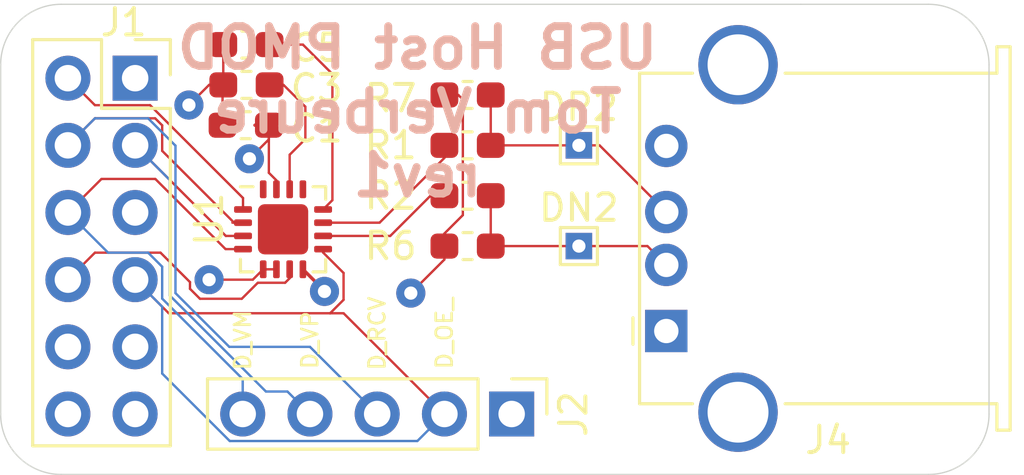
<source format=kicad_pcb>
(kicad_pcb (version 20171130) (host pcbnew 5.1.6-c6e7f7d~86~ubuntu18.04.1)

  (general
    (thickness 1.6)
    (drawings 14)
    (tracks 144)
    (zones 0)
    (modules 13)
    (nets 15)
  )

  (page A4)
  (layers
    (0 F.Cu signal)
    (1 In1.Cu power)
    (2 In2.Cu power)
    (31 B.Cu signal)
    (32 B.Adhes user)
    (33 F.Adhes user)
    (34 B.Paste user)
    (35 F.Paste user)
    (36 B.SilkS user)
    (37 F.SilkS user)
    (38 B.Mask user)
    (39 F.Mask user)
    (40 Dwgs.User user)
    (41 Cmts.User user)
    (42 Eco1.User user)
    (43 Eco2.User user)
    (44 Edge.Cuts user)
    (45 Margin user)
    (46 B.CrtYd user)
    (47 F.CrtYd user)
    (48 B.Fab user hide)
    (49 F.Fab user hide)
  )

  (setup
    (last_trace_width 0.127)
    (user_trace_width 0.0889)
    (user_trace_width 0.127)
    (trace_clearance 0.127)
    (zone_clearance 0.508)
    (zone_45_only no)
    (trace_min 0.0889)
    (via_size 0.5)
    (via_drill 0.254)
    (via_min_size 0.2)
    (via_min_drill 0.254)
    (uvia_size 0.6858)
    (uvia_drill 0.3302)
    (uvias_allowed no)
    (uvia_min_size 0.2)
    (uvia_min_drill 0.1)
    (edge_width 0.05)
    (segment_width 0.2)
    (pcb_text_width 0.3)
    (pcb_text_size 1.5 1.5)
    (mod_edge_width 0.12)
    (mod_text_size 1 1)
    (mod_text_width 0.15)
    (pad_size 1.524 1.524)
    (pad_drill 0.762)
    (pad_to_mask_clearance 0.051)
    (solder_mask_min_width 0.25)
    (aux_axis_origin 0 0)
    (visible_elements FFFFFF7F)
    (pcbplotparams
      (layerselection 0x010fc_ffffffff)
      (usegerberextensions false)
      (usegerberattributes false)
      (usegerberadvancedattributes false)
      (creategerberjobfile false)
      (excludeedgelayer true)
      (linewidth 0.100000)
      (plotframeref false)
      (viasonmask false)
      (mode 1)
      (useauxorigin false)
      (hpglpennumber 1)
      (hpglpenspeed 20)
      (hpglpendiameter 15.000000)
      (psnegative false)
      (psa4output false)
      (plotreference true)
      (plotvalue true)
      (plotinvisibletext false)
      (padsonsilk false)
      (subtractmaskfromsilk false)
      (outputformat 1)
      (mirror false)
      (drillshape 0)
      (scaleselection 1)
      (outputdirectory "gerbers/usb_host_pmod/"))
  )

  (net 0 "")
  (net 1 +3V3)
  (net 2 /H_OE_)
  (net 3 /H_SPD)
  (net 4 /H_SUS)
  (net 5 GND)
  (net 6 /H_VM)
  (net 7 /H_VP)
  (net 8 /H_RCV)
  (net 9 /H_VTRM)
  (net 10 /H_DPR)
  (net 11 /H_DNR)
  (net 12 /H_VBUS)
  (net 13 /H_DP)
  (net 14 /H_DN)

  (net_class Default "This is the default net class."
    (clearance 0.127)
    (trace_width 0.127)
    (via_dia 0.5)
    (via_drill 0.254)
    (uvia_dia 0.6858)
    (uvia_drill 0.3302)
    (add_net /H_DN)
    (add_net /H_DNR)
    (add_net /H_DP)
    (add_net /H_DPR)
    (add_net /H_OE_)
    (add_net /H_RCV)
    (add_net /H_SPD)
    (add_net /H_SUS)
    (add_net /H_VBUS)
    (add_net /H_VM)
    (add_net /H_VP)
  )

  (net_class Power ""
    (clearance 0.127)
    (trace_width 0.254)
    (via_dia 1.1)
    (via_drill 0.5)
    (uvia_dia 0.6858)
    (uvia_drill 0.3302)
    (add_net +3V3)
    (add_net /H_VTRM)
    (add_net GND)
  )

  (module TestPoint:TestPoint_THTPad_1.0x1.0mm_Drill0.5mm (layer F.Cu) (tedit 5A0F774F) (tstamp 609B10C8)
    (at 103.124 96.52)
    (descr "THT rectangular pad as test Point, square 1.0mm side length, hole diameter 0.5mm")
    (tags "test point THT pad rectangle square")
    (path /60DFCAC7)
    (attr virtual)
    (fp_text reference DP2 (at 0 -1.448) (layer F.SilkS)
      (effects (font (size 1 1) (thickness 0.15)))
    )
    (fp_text value TestPoint (at 0 1.55) (layer F.Fab)
      (effects (font (size 1 1) (thickness 0.15)))
    )
    (fp_line (start 1 1) (end -1 1) (layer F.CrtYd) (width 0.05))
    (fp_line (start 1 1) (end 1 -1) (layer F.CrtYd) (width 0.05))
    (fp_line (start -1 -1) (end -1 1) (layer F.CrtYd) (width 0.05))
    (fp_line (start -1 -1) (end 1 -1) (layer F.CrtYd) (width 0.05))
    (fp_line (start -0.7 0.7) (end -0.7 -0.7) (layer F.SilkS) (width 0.12))
    (fp_line (start 0.7 0.7) (end -0.7 0.7) (layer F.SilkS) (width 0.12))
    (fp_line (start 0.7 -0.7) (end 0.7 0.7) (layer F.SilkS) (width 0.12))
    (fp_line (start -0.7 -0.7) (end 0.7 -0.7) (layer F.SilkS) (width 0.12))
    (fp_text user %R (at 0 -1.45) (layer F.Fab)
      (effects (font (size 1 1) (thickness 0.15)))
    )
    (pad 1 thru_hole rect (at 0 0) (size 1 1) (drill 0.5) (layers *.Cu *.Mask)
      (net 13 /H_DP))
  )

  (module TestPoint:TestPoint_THTPad_1.0x1.0mm_Drill0.5mm (layer F.Cu) (tedit 5A0F774F) (tstamp 609B10A0)
    (at 103.124 100.33)
    (descr "THT rectangular pad as test Point, square 1.0mm side length, hole diameter 0.5mm")
    (tags "test point THT pad rectangle square")
    (path /60E02478)
    (attr virtual)
    (fp_text reference DN2 (at 0 -1.448) (layer F.SilkS)
      (effects (font (size 1 1) (thickness 0.15)))
    )
    (fp_text value TestPoint (at 0 1.55) (layer F.Fab)
      (effects (font (size 1 1) (thickness 0.15)))
    )
    (fp_line (start 1 1) (end -1 1) (layer F.CrtYd) (width 0.05))
    (fp_line (start 1 1) (end 1 -1) (layer F.CrtYd) (width 0.05))
    (fp_line (start -1 -1) (end -1 1) (layer F.CrtYd) (width 0.05))
    (fp_line (start -1 -1) (end 1 -1) (layer F.CrtYd) (width 0.05))
    (fp_line (start -0.7 0.7) (end -0.7 -0.7) (layer F.SilkS) (width 0.12))
    (fp_line (start 0.7 0.7) (end -0.7 0.7) (layer F.SilkS) (width 0.12))
    (fp_line (start 0.7 -0.7) (end 0.7 0.7) (layer F.SilkS) (width 0.12))
    (fp_line (start -0.7 -0.7) (end 0.7 -0.7) (layer F.SilkS) (width 0.12))
    (fp_text user %R (at 0 -1.45) (layer F.Fab)
      (effects (font (size 1 1) (thickness 0.15)))
    )
    (pad 1 thru_hole rect (at 0 0) (size 1 1) (drill 0.5) (layers *.Cu *.Mask)
      (net 14 /H_DN))
  )

  (module Connector_USB:USB_A_Stewart_SS-52100-001_Horizontal (layer F.Cu) (tedit 5CB49A87) (tstamp 5E9C939D)
    (at 106.426 103.542 90)
    (descr "USB A connector https://belfuse.com/resources/drawings/stewartconnector/dr-stw-ss-52100-001.pdf")
    (tags "USB_A Female Connector receptacle")
    (path /5EDD9500)
    (fp_text reference J4 (at -4.1241 6.1136) (layer F.SilkS)
      (effects (font (size 1 1) (thickness 0.15)))
    )
    (fp_text value USB_A (at 3.5 14.49 90) (layer F.Fab)
      (effects (font (size 1 1) (thickness 0.15)))
    )
    (fp_line (start -5.15 1.99) (end -4.25 0.69) (layer F.CrtYd) (width 0.05))
    (fp_line (start -5.15 3.44) (end -5.15 1.99) (layer F.CrtYd) (width 0.05))
    (fp_line (start -3.25 4.74) (end -4.25 4.74) (layer F.CrtYd) (width 0.05))
    (fp_line (start -5.15 3.44) (end -4.25 4.74) (layer F.CrtYd) (width 0.05))
    (fp_line (start -3.25 0.69) (end -4.25 0.69) (layer F.CrtYd) (width 0.05))
    (fp_line (start 12.15 3.44) (end 11.25 4.74) (layer F.CrtYd) (width 0.05))
    (fp_line (start -3.25 0.69) (end -3.25 -1.51) (layer F.CrtYd) (width 0.05))
    (fp_line (start 10.25 -1.51) (end -3.25 -1.51) (layer F.CrtYd) (width 0.05))
    (fp_line (start 10.25 0.69) (end 10.25 -1.51) (layer F.CrtYd) (width 0.05))
    (fp_line (start 12.15 1.99) (end 12.15 3.44) (layer F.CrtYd) (width 0.05))
    (fp_line (start 10.25 0.69) (end 11.25 0.69) (layer F.CrtYd) (width 0.05))
    (fp_line (start 12.15 1.99) (end 11.25 0.69) (layer F.CrtYd) (width 0.05))
    (fp_line (start 10.75 12.49) (end 10.75 12.99) (layer F.Fab) (width 0.1))
    (fp_line (start 9.75 12.49) (end 10.75 12.49) (layer F.Fab) (width 0.1))
    (fp_line (start -3.75 12.49) (end -2.75 12.49) (layer F.Fab) (width 0.1))
    (fp_line (start -3.75 12.99) (end -3.75 12.49) (layer F.Fab) (width 0.1))
    (fp_line (start -3.75 12.99) (end 10.75 12.99) (layer F.Fab) (width 0.1))
    (fp_line (start -2.75 12.49) (end -2.75 -1.01) (layer F.Fab) (width 0.1))
    (fp_line (start -2.75 -1.01) (end 9.75 -1.01) (layer F.Fab) (width 0.1))
    (fp_line (start 9.75 12.49) (end 9.75 -1.01) (layer F.Fab) (width 0.1))
    (fp_line (start -3.75 12.99) (end 10.75 12.99) (layer F.SilkS) (width 0.12))
    (fp_line (start 10.75 12.99) (end 10.75 12.49) (layer F.SilkS) (width 0.12))
    (fp_line (start 10.75 12.49) (end 9.75 12.49) (layer F.SilkS) (width 0.12))
    (fp_line (start 9.75 12.49) (end 9.75 4.49) (layer F.SilkS) (width 0.12))
    (fp_line (start 9.75 0.99) (end 9.75 -1.01) (layer F.SilkS) (width 0.12))
    (fp_line (start 9.75 -1.01) (end -2.75 -1.01) (layer F.SilkS) (width 0.12))
    (fp_line (start -2.75 -1.01) (end -2.75 0.99) (layer F.SilkS) (width 0.12))
    (fp_line (start -2.75 4.49) (end -2.75 12.49) (layer F.SilkS) (width 0.12))
    (fp_line (start -2.75 12.49) (end -3.75 12.49) (layer F.SilkS) (width 0.12))
    (fp_line (start -3.75 12.49) (end -3.75 12.99) (layer F.SilkS) (width 0.12))
    (fp_line (start -0.5 -1.26) (end 0.5 -1.26) (layer F.SilkS) (width 0.12))
    (fp_line (start -0.25 -1.01) (end 0 -0.76) (layer F.Fab) (width 0.1))
    (fp_line (start 0 -0.76) (end 0.25 -1.01) (layer F.Fab) (width 0.1))
    (fp_line (start -3.25 4.74) (end -3.25 11.99) (layer F.CrtYd) (width 0.05))
    (fp_line (start -3.25 11.99) (end -4.25 11.99) (layer F.CrtYd) (width 0.05))
    (fp_line (start -4.25 11.99) (end -4.25 13.49) (layer F.CrtYd) (width 0.05))
    (fp_line (start -4.25 13.49) (end 11.25 13.49) (layer F.CrtYd) (width 0.05))
    (fp_line (start 11.25 13.49) (end 11.25 11.99) (layer F.CrtYd) (width 0.05))
    (fp_line (start 11.25 11.99) (end 10.25 11.99) (layer F.CrtYd) (width 0.05))
    (fp_line (start 10.25 11.99) (end 10.25 4.74) (layer F.CrtYd) (width 0.05))
    (fp_line (start 10.25 4.74) (end 11.25 4.74) (layer F.CrtYd) (width 0.05))
    (fp_text user %R (at 3.5 5.99 90) (layer F.Fab)
      (effects (font (size 1 1) (thickness 0.15)))
    )
    (pad 4 thru_hole circle (at 7 0 90) (size 1.6 1.6) (drill 0.92) (layers *.Cu *.Mask)
      (net 5 GND))
    (pad 3 thru_hole circle (at 4.5 0 90) (size 1.6 1.6) (drill 0.92) (layers *.Cu *.Mask)
      (net 13 /H_DP))
    (pad 2 thru_hole circle (at 2.5 0 90) (size 1.6 1.6) (drill 0.92) (layers *.Cu *.Mask)
      (net 14 /H_DN))
    (pad 1 thru_hole rect (at 0 0 90) (size 1.6 1.6) (drill 0.92) (layers *.Cu *.Mask))
    (pad 5 thru_hole circle (at -3.07 2.71 90) (size 3 3) (drill 2.3) (layers *.Cu *.Mask)
      (net 5 GND))
    (pad 5 thru_hole circle (at 10.07 2.71 90) (size 3 3) (drill 2.3) (layers *.Cu *.Mask)
      (net 5 GND))
    (model ${KISYS3DMOD}/Connector_USB.3dshapes/USB_A_Stewart_SS-52100-001_Horizontal.wrl
      (at (xyz 0 0 0))
      (scale (xyz 1 1 1))
      (rotate (xyz 0 0 0))
    )
  )

  (module Capacitor_SMD:C_0603_1608Metric_Pad1.05x0.95mm_HandSolder (layer F.Cu) (tedit 5B301BBE) (tstamp 609AADF6)
    (at 90.537 95.758)
    (descr "Capacitor SMD 0603 (1608 Metric), square (rectangular) end terminal, IPC_7351 nominal with elongated pad for handsoldering. (Body size source: http://www.tortai-tech.com/upload/download/2011102023233369053.pdf), generated with kicad-footprint-generator")
    (tags "capacitor handsolder")
    (path /600D0232)
    (attr smd)
    (fp_text reference C1 (at 2.681 0.127) (layer F.SilkS)
      (effects (font (size 1 1) (thickness 0.15)))
    )
    (fp_text value 0.1uF (at 0 1.43) (layer F.Fab)
      (effects (font (size 1 1) (thickness 0.15)))
    )
    (fp_line (start 1.65 0.73) (end -1.65 0.73) (layer F.CrtYd) (width 0.05))
    (fp_line (start 1.65 -0.73) (end 1.65 0.73) (layer F.CrtYd) (width 0.05))
    (fp_line (start -1.65 -0.73) (end 1.65 -0.73) (layer F.CrtYd) (width 0.05))
    (fp_line (start -1.65 0.73) (end -1.65 -0.73) (layer F.CrtYd) (width 0.05))
    (fp_line (start -0.171267 0.51) (end 0.171267 0.51) (layer F.SilkS) (width 0.12))
    (fp_line (start -0.171267 -0.51) (end 0.171267 -0.51) (layer F.SilkS) (width 0.12))
    (fp_line (start 0.8 0.4) (end -0.8 0.4) (layer F.Fab) (width 0.1))
    (fp_line (start 0.8 -0.4) (end 0.8 0.4) (layer F.Fab) (width 0.1))
    (fp_line (start -0.8 -0.4) (end 0.8 -0.4) (layer F.Fab) (width 0.1))
    (fp_line (start -0.8 0.4) (end -0.8 -0.4) (layer F.Fab) (width 0.1))
    (fp_text user %R (at 0 0) (layer F.Fab)
      (effects (font (size 0.4 0.4) (thickness 0.06)))
    )
    (pad 2 smd roundrect (at 0.875 0) (size 1.05 0.95) (layers F.Cu F.Paste F.Mask) (roundrect_rratio 0.25)
      (net 1 +3V3))
    (pad 1 smd roundrect (at -0.875 0) (size 1.05 0.95) (layers F.Cu F.Paste F.Mask) (roundrect_rratio 0.25)
      (net 5 GND))
    (model ${KISYS3DMOD}/Capacitor_SMD.3dshapes/C_0603_1608Metric.wrl
      (at (xyz 0 0 0))
      (scale (xyz 1 1 1))
      (rotate (xyz 0 0 0))
    )
  )

  (module Capacitor_SMD:C_0603_1608Metric_Pad1.05x0.95mm_HandSolder (layer F.Cu) (tedit 5B301BBE) (tstamp 609AAF61)
    (at 90.565 92.71 180)
    (descr "Capacitor SMD 0603 (1608 Metric), square (rectangular) end terminal, IPC_7351 nominal with elongated pad for handsoldering. (Body size source: http://www.tortai-tech.com/upload/download/2011102023233369053.pdf), generated with kicad-footprint-generator")
    (tags "capacitor handsolder")
    (path /5F1A784F)
    (attr smd)
    (fp_text reference C5 (at -2.653 -0.127) (layer F.SilkS)
      (effects (font (size 1 1) (thickness 0.15)))
    )
    (fp_text value 1uF (at 0 1.43) (layer F.Fab)
      (effects (font (size 1 1) (thickness 0.15)))
    )
    (fp_line (start 1.65 0.73) (end -1.65 0.73) (layer F.CrtYd) (width 0.05))
    (fp_line (start 1.65 -0.73) (end 1.65 0.73) (layer F.CrtYd) (width 0.05))
    (fp_line (start -1.65 -0.73) (end 1.65 -0.73) (layer F.CrtYd) (width 0.05))
    (fp_line (start -1.65 0.73) (end -1.65 -0.73) (layer F.CrtYd) (width 0.05))
    (fp_line (start -0.171267 0.51) (end 0.171267 0.51) (layer F.SilkS) (width 0.12))
    (fp_line (start -0.171267 -0.51) (end 0.171267 -0.51) (layer F.SilkS) (width 0.12))
    (fp_line (start 0.8 0.4) (end -0.8 0.4) (layer F.Fab) (width 0.1))
    (fp_line (start 0.8 -0.4) (end 0.8 0.4) (layer F.Fab) (width 0.1))
    (fp_line (start -0.8 -0.4) (end 0.8 -0.4) (layer F.Fab) (width 0.1))
    (fp_line (start -0.8 0.4) (end -0.8 -0.4) (layer F.Fab) (width 0.1))
    (fp_text user %R (at 0 0) (layer F.Fab)
      (effects (font (size 0.4 0.4) (thickness 0.06)))
    )
    (pad 2 smd roundrect (at 0.875 0 180) (size 1.05 0.95) (layers F.Cu F.Paste F.Mask) (roundrect_rratio 0.25)
      (net 5 GND))
    (pad 1 smd roundrect (at -0.875 0 180) (size 1.05 0.95) (layers F.Cu F.Paste F.Mask) (roundrect_rratio 0.25)
      (net 9 /H_VTRM))
    (model ${KISYS3DMOD}/Capacitor_SMD.3dshapes/C_0603_1608Metric.wrl
      (at (xyz 0 0 0))
      (scale (xyz 1 1 1))
      (rotate (xyz 0 0 0))
    )
  )

  (module Capacitor_SMD:C_0603_1608Metric_Pad1.05x0.95mm_HandSolder (layer F.Cu) (tedit 5B301BBE) (tstamp 609AAE35)
    (at 90.565 94.234 180)
    (descr "Capacitor SMD 0603 (1608 Metric), square (rectangular) end terminal, IPC_7351 nominal with elongated pad for handsoldering. (Body size source: http://www.tortai-tech.com/upload/download/2011102023233369053.pdf), generated with kicad-footprint-generator")
    (tags "capacitor handsolder")
    (path /5F1705B1)
    (attr smd)
    (fp_text reference C3 (at -2.653 -0.127) (layer F.SilkS)
      (effects (font (size 1 1) (thickness 0.15)))
    )
    (fp_text value 4.7uF (at 0 1.43) (layer F.Fab)
      (effects (font (size 1 1) (thickness 0.15)))
    )
    (fp_line (start 1.65 0.73) (end -1.65 0.73) (layer F.CrtYd) (width 0.05))
    (fp_line (start 1.65 -0.73) (end 1.65 0.73) (layer F.CrtYd) (width 0.05))
    (fp_line (start -1.65 -0.73) (end 1.65 -0.73) (layer F.CrtYd) (width 0.05))
    (fp_line (start -1.65 0.73) (end -1.65 -0.73) (layer F.CrtYd) (width 0.05))
    (fp_line (start -0.171267 0.51) (end 0.171267 0.51) (layer F.SilkS) (width 0.12))
    (fp_line (start -0.171267 -0.51) (end 0.171267 -0.51) (layer F.SilkS) (width 0.12))
    (fp_line (start 0.8 0.4) (end -0.8 0.4) (layer F.Fab) (width 0.1))
    (fp_line (start 0.8 -0.4) (end 0.8 0.4) (layer F.Fab) (width 0.1))
    (fp_line (start -0.8 -0.4) (end 0.8 -0.4) (layer F.Fab) (width 0.1))
    (fp_line (start -0.8 0.4) (end -0.8 -0.4) (layer F.Fab) (width 0.1))
    (fp_text user %R (at 0 0) (layer F.Fab)
      (effects (font (size 0.4 0.4) (thickness 0.06)))
    )
    (pad 2 smd roundrect (at 0.875 0 180) (size 1.05 0.95) (layers F.Cu F.Paste F.Mask) (roundrect_rratio 0.25)
      (net 5 GND))
    (pad 1 smd roundrect (at -0.875 0 180) (size 1.05 0.95) (layers F.Cu F.Paste F.Mask) (roundrect_rratio 0.25)
      (net 12 /H_VBUS))
    (model ${KISYS3DMOD}/Capacitor_SMD.3dshapes/C_0603_1608Metric.wrl
      (at (xyz 0 0 0))
      (scale (xyz 1 1 1))
      (rotate (xyz 0 0 0))
    )
  )

  (module Connector_PinHeader_2.54mm:PinHeader_1x05_P2.54mm_Vertical (layer F.Cu) (tedit 59FED5CC) (tstamp 5E52E768)
    (at 100.584 106.68 270)
    (descr "Through hole straight pin header, 1x05, 2.54mm pitch, single row")
    (tags "Through hole pin header THT 1x05 2.54mm single row")
    (path /5E5BBDD5)
    (fp_text reference J2 (at 0 -2.33 90) (layer F.SilkS)
      (effects (font (size 1 1) (thickness 0.15)))
    )
    (fp_text value "HOST DEBUG" (at 0 12.49 90) (layer F.Fab)
      (effects (font (size 1 1) (thickness 0.15)))
    )
    (fp_line (start 1.8 -1.8) (end -1.8 -1.8) (layer F.CrtYd) (width 0.05))
    (fp_line (start 1.8 11.95) (end 1.8 -1.8) (layer F.CrtYd) (width 0.05))
    (fp_line (start -1.8 11.95) (end 1.8 11.95) (layer F.CrtYd) (width 0.05))
    (fp_line (start -1.8 -1.8) (end -1.8 11.95) (layer F.CrtYd) (width 0.05))
    (fp_line (start -1.33 -1.33) (end 0 -1.33) (layer F.SilkS) (width 0.12))
    (fp_line (start -1.33 0) (end -1.33 -1.33) (layer F.SilkS) (width 0.12))
    (fp_line (start -1.33 1.27) (end 1.33 1.27) (layer F.SilkS) (width 0.12))
    (fp_line (start 1.33 1.27) (end 1.33 11.49) (layer F.SilkS) (width 0.12))
    (fp_line (start -1.33 1.27) (end -1.33 11.49) (layer F.SilkS) (width 0.12))
    (fp_line (start -1.33 11.49) (end 1.33 11.49) (layer F.SilkS) (width 0.12))
    (fp_line (start -1.27 -0.635) (end -0.635 -1.27) (layer F.Fab) (width 0.1))
    (fp_line (start -1.27 11.43) (end -1.27 -0.635) (layer F.Fab) (width 0.1))
    (fp_line (start 1.27 11.43) (end -1.27 11.43) (layer F.Fab) (width 0.1))
    (fp_line (start 1.27 -1.27) (end 1.27 11.43) (layer F.Fab) (width 0.1))
    (fp_line (start -0.635 -1.27) (end 1.27 -1.27) (layer F.Fab) (width 0.1))
    (fp_text user %R (at 0 5.08) (layer F.Fab)
      (effects (font (size 1 1) (thickness 0.15)))
    )
    (pad 5 thru_hole oval (at 0 10.16 270) (size 1.7 1.7) (drill 1) (layers *.Cu *.Mask)
      (net 6 /H_VM))
    (pad 4 thru_hole oval (at 0 7.62 270) (size 1.7 1.7) (drill 1) (layers *.Cu *.Mask)
      (net 7 /H_VP))
    (pad 3 thru_hole oval (at 0 5.08 270) (size 1.7 1.7) (drill 1) (layers *.Cu *.Mask)
      (net 8 /H_RCV))
    (pad 2 thru_hole oval (at 0 2.54 270) (size 1.7 1.7) (drill 1) (layers *.Cu *.Mask)
      (net 2 /H_OE_))
    (pad 1 thru_hole rect (at 0 0 270) (size 1.7 1.7) (drill 1) (layers *.Cu *.Mask)
      (net 5 GND))
    (model ${KISYS3DMOD}/Connector_PinHeader_2.54mm.3dshapes/PinHeader_1x05_P2.54mm_Vertical.wrl
      (at (xyz 0 0 0))
      (scale (xyz 1 1 1))
      (rotate (xyz 0 0 0))
    )
  )

  (module custom_parts:PMOD_Male locked (layer F.Cu) (tedit 5E519846) (tstamp 5E52495C)
    (at 86.36 93.98)
    (descr "Through hole straight pin header, 2x06, 2.54mm pitch, double rows")
    (tags "Through hole pin header THT 2x06 2.54mm double row")
    (path /5E572363)
    (fp_text reference J1 (at -0.4318 -2.1082) (layer F.SilkS)
      (effects (font (size 1 1) (thickness 0.15)))
    )
    (fp_text value "PMOD A" (at -1.27 15.03) (layer F.Fab)
      (effects (font (size 1 1) (thickness 0.15)))
    )
    (fp_line (start -4.35 -1.927) (end 1.8 -1.927) (layer F.CrtYd) (width 0.05))
    (fp_line (start -4.35 14.373) (end -4.35 -1.927) (layer F.CrtYd) (width 0.05))
    (fp_line (start 1.8 14.373) (end -4.35 14.373) (layer F.CrtYd) (width 0.05))
    (fp_line (start 1.8 -1.927) (end 1.8 14.373) (layer F.CrtYd) (width 0.05))
    (fp_line (start 1.33 -1.457) (end 0 -1.457) (layer F.SilkS) (width 0.12))
    (fp_line (start 1.33 -0.127) (end 1.33 -1.457) (layer F.SilkS) (width 0.12))
    (fp_line (start -1.27 -1.457) (end -3.87 -1.457) (layer F.SilkS) (width 0.12))
    (fp_line (start -1.27 1.143) (end -1.27 -1.457) (layer F.SilkS) (width 0.12))
    (fp_line (start 1.33 1.143) (end -1.27 1.143) (layer F.SilkS) (width 0.12))
    (fp_line (start -3.87 -1.457) (end -3.87 13.903) (layer F.SilkS) (width 0.12))
    (fp_line (start 1.33 1.143) (end 1.33 13.903) (layer F.SilkS) (width 0.12))
    (fp_line (start 1.33 13.903) (end -3.87 13.903) (layer F.SilkS) (width 0.12))
    (fp_line (start 1.27 -0.127) (end 0 -1.397) (layer F.Fab) (width 0.1))
    (fp_line (start 1.27 13.843) (end 1.27 -0.127) (layer F.Fab) (width 0.1))
    (fp_line (start -3.81 13.843) (end 1.27 13.843) (layer F.Fab) (width 0.1))
    (fp_line (start -3.81 -1.397) (end -3.81 13.843) (layer F.Fab) (width 0.1))
    (fp_line (start 0 -1.397) (end -3.81 -1.397) (layer F.Fab) (width 0.1))
    (fp_text user %R (at -1.27 6.35 90) (layer F.Fab)
      (effects (font (size 1 1) (thickness 0.15)))
    )
    (pad 12 thru_hole oval (at -2.54 12.7) (size 1.7 1.7) (drill 1) (layers *.Cu *.Mask)
      (net 1 +3V3))
    (pad 6 thru_hole oval (at 0 12.7) (size 1.7 1.7) (drill 1) (layers *.Cu *.Mask)
      (net 1 +3V3))
    (pad 11 thru_hole oval (at -2.54 10.16) (size 1.7 1.7) (drill 1) (layers *.Cu *.Mask)
      (net 5 GND))
    (pad 5 thru_hole oval (at 0 10.16) (size 1.7 1.7) (drill 1) (layers *.Cu *.Mask)
      (net 5 GND))
    (pad 10 thru_hole oval (at -2.54 7.62) (size 1.7 1.7) (drill 1) (layers *.Cu *.Mask)
      (net 4 /H_SUS))
    (pad 4 thru_hole oval (at 0 7.62) (size 1.7 1.7) (drill 1) (layers *.Cu *.Mask)
      (net 2 /H_OE_))
    (pad 9 thru_hole oval (at -2.54 5.08) (size 1.7 1.7) (drill 1) (layers *.Cu *.Mask)
      (net 6 /H_VM))
    (pad 3 thru_hole oval (at 0 5.08) (size 1.7 1.7) (drill 1) (layers *.Cu *.Mask))
    (pad 8 thru_hole oval (at -2.54 2.54) (size 1.7 1.7) (drill 1) (layers *.Cu *.Mask)
      (net 8 /H_RCV))
    (pad 2 thru_hole oval (at 0 2.54) (size 1.7 1.7) (drill 1) (layers *.Cu *.Mask)
      (net 7 /H_VP))
    (pad 7 thru_hole oval (at -2.54 0) (size 1.7 1.7) (drill 1) (layers *.Cu *.Mask)
      (net 3 /H_SPD))
    (pad 1 thru_hole rect (at 0 0) (size 1.7 1.7) (drill 1) (layers *.Cu *.Mask))
    (model ${KISYS3DMOD}/Connector_PinHeader_2.54mm.3dshapes/PinHeader_2x06_P2.54mm_Vertical.wrl
      (offset (xyz -2.54 0 0))
      (scale (xyz 1 1 1))
      (rotate (xyz 0 0 0))
    )
  )

  (module Resistor_SMD:R_0603_1608Metric_Pad1.05x0.95mm_HandSolder (layer F.Cu) (tedit 5B301BBD) (tstamp 609AAEBF)
    (at 98.919 94.615 180)
    (descr "Resistor SMD 0603 (1608 Metric), square (rectangular) end terminal, IPC_7351 nominal with elongated pad for handsoldering. (Body size source: http://www.tortai-tech.com/upload/download/2011102023233369053.pdf), generated with kicad-footprint-generator")
    (tags "resistor handsolder")
    (path /5E5968DB)
    (attr smd)
    (fp_text reference R7 (at 2.907 -0.127) (layer F.SilkS)
      (effects (font (size 1 1) (thickness 0.15)))
    )
    (fp_text value 15K (at 0 1.43) (layer F.Fab)
      (effects (font (size 1 1) (thickness 0.15)))
    )
    (fp_line (start 1.65 0.73) (end -1.65 0.73) (layer F.CrtYd) (width 0.05))
    (fp_line (start 1.65 -0.73) (end 1.65 0.73) (layer F.CrtYd) (width 0.05))
    (fp_line (start -1.65 -0.73) (end 1.65 -0.73) (layer F.CrtYd) (width 0.05))
    (fp_line (start -1.65 0.73) (end -1.65 -0.73) (layer F.CrtYd) (width 0.05))
    (fp_line (start -0.171267 0.51) (end 0.171267 0.51) (layer F.SilkS) (width 0.12))
    (fp_line (start -0.171267 -0.51) (end 0.171267 -0.51) (layer F.SilkS) (width 0.12))
    (fp_line (start 0.8 0.4) (end -0.8 0.4) (layer F.Fab) (width 0.1))
    (fp_line (start 0.8 -0.4) (end 0.8 0.4) (layer F.Fab) (width 0.1))
    (fp_line (start -0.8 -0.4) (end 0.8 -0.4) (layer F.Fab) (width 0.1))
    (fp_line (start -0.8 0.4) (end -0.8 -0.4) (layer F.Fab) (width 0.1))
    (fp_text user %R (at 0 0) (layer F.Fab)
      (effects (font (size 0.4 0.4) (thickness 0.06)))
    )
    (pad 2 smd roundrect (at 0.875 0 180) (size 1.05 0.95) (layers F.Cu F.Paste F.Mask) (roundrect_rratio 0.25)
      (net 5 GND))
    (pad 1 smd roundrect (at -0.875 0 180) (size 1.05 0.95) (layers F.Cu F.Paste F.Mask) (roundrect_rratio 0.25)
      (net 13 /H_DP))
    (model ${KISYS3DMOD}/Resistor_SMD.3dshapes/R_0603_1608Metric.wrl
      (at (xyz 0 0 0))
      (scale (xyz 1 1 1))
      (rotate (xyz 0 0 0))
    )
  )

  (module Resistor_SMD:R_0603_1608Metric_Pad1.05x0.95mm_HandSolder (layer F.Cu) (tedit 5B301BBD) (tstamp 609AAE8F)
    (at 98.919 100.33 180)
    (descr "Resistor SMD 0603 (1608 Metric), square (rectangular) end terminal, IPC_7351 nominal with elongated pad for handsoldering. (Body size source: http://www.tortai-tech.com/upload/download/2011102023233369053.pdf), generated with kicad-footprint-generator")
    (tags "resistor handsolder")
    (path /5E592E07)
    (attr smd)
    (fp_text reference R6 (at 2.907 0) (layer F.SilkS)
      (effects (font (size 1 1) (thickness 0.15)))
    )
    (fp_text value 15K (at 0 1.43) (layer F.Fab)
      (effects (font (size 1 1) (thickness 0.15)))
    )
    (fp_line (start 1.65 0.73) (end -1.65 0.73) (layer F.CrtYd) (width 0.05))
    (fp_line (start 1.65 -0.73) (end 1.65 0.73) (layer F.CrtYd) (width 0.05))
    (fp_line (start -1.65 -0.73) (end 1.65 -0.73) (layer F.CrtYd) (width 0.05))
    (fp_line (start -1.65 0.73) (end -1.65 -0.73) (layer F.CrtYd) (width 0.05))
    (fp_line (start -0.171267 0.51) (end 0.171267 0.51) (layer F.SilkS) (width 0.12))
    (fp_line (start -0.171267 -0.51) (end 0.171267 -0.51) (layer F.SilkS) (width 0.12))
    (fp_line (start 0.8 0.4) (end -0.8 0.4) (layer F.Fab) (width 0.1))
    (fp_line (start 0.8 -0.4) (end 0.8 0.4) (layer F.Fab) (width 0.1))
    (fp_line (start -0.8 -0.4) (end 0.8 -0.4) (layer F.Fab) (width 0.1))
    (fp_line (start -0.8 0.4) (end -0.8 -0.4) (layer F.Fab) (width 0.1))
    (fp_text user %R (at 0 0) (layer F.Fab)
      (effects (font (size 0.4 0.4) (thickness 0.06)))
    )
    (pad 2 smd roundrect (at 0.875 0 180) (size 1.05 0.95) (layers F.Cu F.Paste F.Mask) (roundrect_rratio 0.25)
      (net 5 GND))
    (pad 1 smd roundrect (at -0.875 0 180) (size 1.05 0.95) (layers F.Cu F.Paste F.Mask) (roundrect_rratio 0.25)
      (net 14 /H_DN))
    (model ${KISYS3DMOD}/Resistor_SMD.3dshapes/R_0603_1608Metric.wrl
      (at (xyz 0 0 0))
      (scale (xyz 1 1 1))
      (rotate (xyz 0 0 0))
    )
  )

  (module Resistor_SMD:R_0603_1608Metric_Pad1.05x0.95mm_HandSolder (layer F.Cu) (tedit 5B301BBD) (tstamp 609AAF22)
    (at 98.919 98.425 180)
    (descr "Resistor SMD 0603 (1608 Metric), square (rectangular) end terminal, IPC_7351 nominal with elongated pad for handsoldering. (Body size source: http://www.tortai-tech.com/upload/download/2011102023233369053.pdf), generated with kicad-footprint-generator")
    (tags "resistor handsolder")
    (path /5E57236F)
    (attr smd)
    (fp_text reference R2 (at 2.907 0) (layer F.SilkS)
      (effects (font (size 1 1) (thickness 0.15)))
    )
    (fp_text value 20 (at 0 1.43) (layer F.Fab)
      (effects (font (size 1 1) (thickness 0.15)))
    )
    (fp_line (start 1.65 0.73) (end -1.65 0.73) (layer F.CrtYd) (width 0.05))
    (fp_line (start 1.65 -0.73) (end 1.65 0.73) (layer F.CrtYd) (width 0.05))
    (fp_line (start -1.65 -0.73) (end 1.65 -0.73) (layer F.CrtYd) (width 0.05))
    (fp_line (start -1.65 0.73) (end -1.65 -0.73) (layer F.CrtYd) (width 0.05))
    (fp_line (start -0.171267 0.51) (end 0.171267 0.51) (layer F.SilkS) (width 0.12))
    (fp_line (start -0.171267 -0.51) (end 0.171267 -0.51) (layer F.SilkS) (width 0.12))
    (fp_line (start 0.8 0.4) (end -0.8 0.4) (layer F.Fab) (width 0.1))
    (fp_line (start 0.8 -0.4) (end 0.8 0.4) (layer F.Fab) (width 0.1))
    (fp_line (start -0.8 -0.4) (end 0.8 -0.4) (layer F.Fab) (width 0.1))
    (fp_line (start -0.8 0.4) (end -0.8 -0.4) (layer F.Fab) (width 0.1))
    (fp_text user %R (at 0 0) (layer F.Fab)
      (effects (font (size 0.4 0.4) (thickness 0.06)))
    )
    (pad 2 smd roundrect (at 0.875 0 180) (size 1.05 0.95) (layers F.Cu F.Paste F.Mask) (roundrect_rratio 0.25)
      (net 11 /H_DNR))
    (pad 1 smd roundrect (at -0.875 0 180) (size 1.05 0.95) (layers F.Cu F.Paste F.Mask) (roundrect_rratio 0.25)
      (net 14 /H_DN))
    (model ${KISYS3DMOD}/Resistor_SMD.3dshapes/R_0603_1608Metric.wrl
      (at (xyz 0 0 0))
      (scale (xyz 1 1 1))
      (rotate (xyz 0 0 0))
    )
  )

  (module Resistor_SMD:R_0603_1608Metric_Pad1.05x0.95mm_HandSolder (layer F.Cu) (tedit 5B301BBD) (tstamp 609AAEEF)
    (at 98.919 96.52 180)
    (descr "Resistor SMD 0603 (1608 Metric), square (rectangular) end terminal, IPC_7351 nominal with elongated pad for handsoldering. (Body size source: http://www.tortai-tech.com/upload/download/2011102023233369053.pdf), generated with kicad-footprint-generator")
    (tags "resistor handsolder")
    (path /5E572369)
    (attr smd)
    (fp_text reference R1 (at 2.907 0) (layer F.SilkS)
      (effects (font (size 1 1) (thickness 0.15)))
    )
    (fp_text value 20 (at 0 1.43) (layer F.Fab)
      (effects (font (size 1 1) (thickness 0.15)))
    )
    (fp_line (start 1.65 0.73) (end -1.65 0.73) (layer F.CrtYd) (width 0.05))
    (fp_line (start 1.65 -0.73) (end 1.65 0.73) (layer F.CrtYd) (width 0.05))
    (fp_line (start -1.65 -0.73) (end 1.65 -0.73) (layer F.CrtYd) (width 0.05))
    (fp_line (start -1.65 0.73) (end -1.65 -0.73) (layer F.CrtYd) (width 0.05))
    (fp_line (start -0.171267 0.51) (end 0.171267 0.51) (layer F.SilkS) (width 0.12))
    (fp_line (start -0.171267 -0.51) (end 0.171267 -0.51) (layer F.SilkS) (width 0.12))
    (fp_line (start 0.8 0.4) (end -0.8 0.4) (layer F.Fab) (width 0.1))
    (fp_line (start 0.8 -0.4) (end 0.8 0.4) (layer F.Fab) (width 0.1))
    (fp_line (start -0.8 -0.4) (end 0.8 -0.4) (layer F.Fab) (width 0.1))
    (fp_line (start -0.8 0.4) (end -0.8 -0.4) (layer F.Fab) (width 0.1))
    (fp_text user %R (at 0 0) (layer F.Fab)
      (effects (font (size 0.4 0.4) (thickness 0.06)))
    )
    (pad 2 smd roundrect (at 0.875 0 180) (size 1.05 0.95) (layers F.Cu F.Paste F.Mask) (roundrect_rratio 0.25)
      (net 10 /H_DPR))
    (pad 1 smd roundrect (at -0.875 0 180) (size 1.05 0.95) (layers F.Cu F.Paste F.Mask) (roundrect_rratio 0.25)
      (net 13 /H_DP))
    (model ${KISYS3DMOD}/Resistor_SMD.3dshapes/R_0603_1608Metric.wrl
      (at (xyz 0 0 0))
      (scale (xyz 1 1 1))
      (rotate (xyz 0 0 0))
    )
  )

  (module Package_DFN_QFN:QFN-16-1EP_3x3mm_P0.5mm_EP1.9x1.9mm (layer F.Cu) (tedit 5C1D3A87) (tstamp 609AAD52)
    (at 91.948 99.695)
    (descr "QFN, 16 Pin (https://www.nxp.com/docs/en/package-information/98ASA00525D.pdf), generated with kicad-footprint-generator ipc_dfn_qfn_generator.py")
    (tags "QFN DFN_QFN")
    (path /5E57235D)
    (attr smd)
    (fp_text reference U1 (at -2.794 -0.381 270) (layer F.SilkS)
      (effects (font (size 1 1) (thickness 0.15)))
    )
    (fp_text value STUSB03E (at 0 2.8) (layer F.Fab)
      (effects (font (size 1 1) (thickness 0.15)))
    )
    (fp_line (start 2.1 -2.1) (end -2.1 -2.1) (layer F.CrtYd) (width 0.05))
    (fp_line (start 2.1 2.1) (end 2.1 -2.1) (layer F.CrtYd) (width 0.05))
    (fp_line (start -2.1 2.1) (end 2.1 2.1) (layer F.CrtYd) (width 0.05))
    (fp_line (start -2.1 -2.1) (end -2.1 2.1) (layer F.CrtYd) (width 0.05))
    (fp_line (start -1.5 -0.75) (end -0.75 -1.5) (layer F.Fab) (width 0.1))
    (fp_line (start -1.5 1.5) (end -1.5 -0.75) (layer F.Fab) (width 0.1))
    (fp_line (start 1.5 1.5) (end -1.5 1.5) (layer F.Fab) (width 0.1))
    (fp_line (start 1.5 -1.5) (end 1.5 1.5) (layer F.Fab) (width 0.1))
    (fp_line (start -0.75 -1.5) (end 1.5 -1.5) (layer F.Fab) (width 0.1))
    (fp_line (start -1.135 -1.61) (end -1.61 -1.61) (layer F.SilkS) (width 0.12))
    (fp_line (start 1.61 1.61) (end 1.61 1.135) (layer F.SilkS) (width 0.12))
    (fp_line (start 1.135 1.61) (end 1.61 1.61) (layer F.SilkS) (width 0.12))
    (fp_line (start -1.61 1.61) (end -1.61 1.135) (layer F.SilkS) (width 0.12))
    (fp_line (start -1.135 1.61) (end -1.61 1.61) (layer F.SilkS) (width 0.12))
    (fp_line (start 1.61 -1.61) (end 1.61 -1.135) (layer F.SilkS) (width 0.12))
    (fp_line (start 1.135 -1.61) (end 1.61 -1.61) (layer F.SilkS) (width 0.12))
    (fp_text user %R (at 0 0) (layer F.Fab)
      (effects (font (size 0.75 0.75) (thickness 0.11)))
    )
    (pad 16 smd roundrect (at -0.75 -1.5125) (size 0.25 0.675) (layers F.Cu F.Paste F.Mask) (roundrect_rratio 0.25))
    (pad 15 smd roundrect (at -0.25 -1.5125) (size 0.25 0.675) (layers F.Cu F.Paste F.Mask) (roundrect_rratio 0.25)
      (net 1 +3V3))
    (pad 14 smd roundrect (at 0.25 -1.5125) (size 0.25 0.675) (layers F.Cu F.Paste F.Mask) (roundrect_rratio 0.25)
      (net 12 /H_VBUS))
    (pad 13 smd roundrect (at 0.75 -1.5125) (size 0.25 0.675) (layers F.Cu F.Paste F.Mask) (roundrect_rratio 0.25))
    (pad 12 smd roundrect (at 1.5125 -0.75) (size 0.675 0.25) (layers F.Cu F.Paste F.Mask) (roundrect_rratio 0.25)
      (net 9 /H_VTRM))
    (pad 11 smd roundrect (at 1.5125 -0.25) (size 0.675 0.25) (layers F.Cu F.Paste F.Mask) (roundrect_rratio 0.25)
      (net 10 /H_DPR))
    (pad 10 smd roundrect (at 1.5125 0.25) (size 0.675 0.25) (layers F.Cu F.Paste F.Mask) (roundrect_rratio 0.25)
      (net 11 /H_DNR))
    (pad 9 smd roundrect (at 1.5125 0.75) (size 0.675 0.25) (layers F.Cu F.Paste F.Mask) (roundrect_rratio 0.25)
      (net 2 /H_OE_))
    (pad 8 smd roundrect (at 0.75 1.5125) (size 0.25 0.675) (layers F.Cu F.Paste F.Mask) (roundrect_rratio 0.25)
      (net 5 GND))
    (pad 7 smd roundrect (at 0.25 1.5125) (size 0.25 0.675) (layers F.Cu F.Paste F.Mask) (roundrect_rratio 0.25)
      (net 4 /H_SUS))
    (pad 6 smd roundrect (at -0.25 1.5125) (size 0.25 0.675) (layers F.Cu F.Paste F.Mask) (roundrect_rratio 0.25)
      (net 5 GND))
    (pad 5 smd roundrect (at -0.75 1.5125) (size 0.25 0.675) (layers F.Cu F.Paste F.Mask) (roundrect_rratio 0.25)
      (net 5 GND))
    (pad 4 smd roundrect (at -1.5125 0.75) (size 0.675 0.25) (layers F.Cu F.Paste F.Mask) (roundrect_rratio 0.25)
      (net 6 /H_VM))
    (pad 3 smd roundrect (at -1.5125 0.25) (size 0.675 0.25) (layers F.Cu F.Paste F.Mask) (roundrect_rratio 0.25)
      (net 7 /H_VP))
    (pad 2 smd roundrect (at -1.5125 -0.25) (size 0.675 0.25) (layers F.Cu F.Paste F.Mask) (roundrect_rratio 0.25)
      (net 8 /H_RCV))
    (pad 1 smd roundrect (at -1.5125 -0.75) (size 0.675 0.25) (layers F.Cu F.Paste F.Mask) (roundrect_rratio 0.25)
      (net 3 /H_SPD))
    (pad "" smd roundrect (at 0.475 0.475) (size 0.77 0.77) (layers F.Paste) (roundrect_rratio 0.25))
    (pad "" smd roundrect (at 0.475 -0.475) (size 0.77 0.77) (layers F.Paste) (roundrect_rratio 0.25))
    (pad "" smd roundrect (at -0.475 0.475) (size 0.77 0.77) (layers F.Paste) (roundrect_rratio 0.25))
    (pad "" smd roundrect (at -0.475 -0.475) (size 0.77 0.77) (layers F.Paste) (roundrect_rratio 0.25))
    (pad 17 smd roundrect (at 0 0) (size 1.9 1.9) (layers F.Cu F.Mask) (roundrect_rratio 0.131579))
    (model ${KISYS3DMOD}/Package_DFN_QFN.3dshapes/QFN-16-1EP_3x3mm_P0.5mm_EP1.9x1.9mm.wrl
      (at (xyz 0 0 0))
      (scale (xyz 1 1 1))
      (rotate (xyz 0 0 0))
    )
  )

  (gr_text "USB Host PMOD\nTom Verbeure\nrev1" (at 97.028 95.25) (layer B.SilkS) (tstamp 609A7670)
    (effects (font (size 1.5 1.5) (thickness 0.3)) (justify mirror))
  )
  (gr_arc (start 83.566 106.68) (end 81.28 106.68) (angle -90) (layer Edge.Cuts) (width 0.05) (tstamp 609A6DB5))
  (gr_arc (start 83.566 93.472) (end 83.566 91.186) (angle -90) (layer Edge.Cuts) (width 0.05) (tstamp 609A6DB5))
  (gr_arc (start 116.332 93.472) (end 118.618 93.472) (angle -90) (layer Edge.Cuts) (width 0.05) (tstamp 609A6DB5))
  (gr_arc (start 116.332 106.68) (end 116.332 108.966) (angle -90) (layer Edge.Cuts) (width 0.05) (tstamp 609A6DB5))
  (gr_line (start 116.332 91.186) (end 111.506 91.186) (layer Edge.Cuts) (width 0.05) (tstamp 6099FE50))
  (gr_line (start 111.506 91.186) (end 83.566 91.186) (layer Edge.Cuts) (width 0.05) (tstamp 6099FE50))
  (gr_line (start 118.618 106.68) (end 118.618 93.472) (layer Edge.Cuts) (width 0.05) (tstamp 609AD4F7))
  (gr_line (start 81.28 106.68) (end 81.28 93.472) (layer Edge.Cuts) (width 0.05) (tstamp 609AD4F2))
  (gr_text D_RCV (at 95.504 103.632 90) (layer F.SilkS) (tstamp 5E5392FC)
    (effects (font (size 0.6 0.6) (thickness 0.1)))
  )
  (gr_text "D_VM\n" (at 90.424 103.886 90) (layer F.SilkS) (tstamp 5E5392FC)
    (effects (font (size 0.6 0.6) (thickness 0.1)))
  )
  (gr_text "D_VP\n" (at 92.964 103.886 90) (layer F.SilkS) (tstamp 5E5392FC)
    (effects (font (size 0.6 0.6) (thickness 0.1)))
  )
  (gr_text D_OE_ (at 98.044 103.632 90) (layer F.SilkS) (tstamp 5E5392FC)
    (effects (font (size 0.6 0.6) (thickness 0.1)))
  )
  (gr_line (start 116.332 108.966) (end 83.566 108.966) (layer Edge.Cuts) (width 0.05) (tstamp 5E9B0E3F))

  (segment (start 91.412 95.758) (end 90.887 95.758) (width 0.127) (layer F.Cu) (net 1) (tstamp 609AAE17))
  (segment (start 83.82 106.68) (end 86.36 106.68) (width 0.0889) (layer In2.Cu) (net 1))
  (segment (start 91.412 97.559) (end 91.412 95.758) (width 0.0889) (layer F.Cu) (net 1) (tstamp 609AAE1D))
  (segment (start 91.698 97.845) (end 91.412 97.559) (width 0.0889) (layer F.Cu) (net 1) (tstamp 609AAF82))
  (segment (start 91.698 98.1825) (end 91.698 97.845) (width 0.0889) (layer F.Cu) (net 1) (tstamp 609AAFA6))
  (segment (start 89.916 97.282) (end 90.424 97.282) (width 0.0889) (layer In2.Cu) (net 1) (tstamp 609AAD24))
  (segment (start 90.678 97.028) (end 91.412 96.294) (width 0.0889) (layer F.Cu) (net 1) (tstamp 609AADBD))
  (segment (start 90.424 97.282) (end 90.678 97.028) (width 0.0889) (layer In2.Cu) (net 1) (tstamp 609AAE1A))
  (via (at 90.678 97.028) (size 1.1) (drill 0.5) (layers F.Cu B.Cu) (net 1) (tstamp 609AAF94))
  (segment (start 91.412 96.294) (end 91.412 95.758) (width 0.0889) (layer F.Cu) (net 1) (tstamp 609AAFA3))
  (segment (start 86.36 106.68) (end 87.884 105.156) (width 0.0889) (layer In2.Cu) (net 1))
  (segment (start 87.884 105.156) (end 87.884 99.314) (width 0.0889) (layer In2.Cu) (net 1))
  (segment (start 87.884 99.314) (end 89.916 97.282) (width 0.0889) (layer In2.Cu) (net 1))
  (segment (start 93.4605 100.445) (end 93.4605 100.5725) (width 0.0889) (layer F.Cu) (net 2))
  (segment (start 93.4605 100.5725) (end 94.234 101.346) (width 0.0889) (layer F.Cu) (net 2))
  (segment (start 94.234 101.346) (end 94.234 102.362) (width 0.0889) (layer F.Cu) (net 2))
  (segment (start 94.234 102.362) (end 93.726 102.87) (width 0.0889) (layer F.Cu) (net 2))
  (segment (start 87.63 102.87) (end 86.36 101.6) (width 0.0889) (layer F.Cu) (net 2))
  (segment (start 93.726 102.87) (end 87.63 102.87) (width 0.0889) (layer F.Cu) (net 2))
  (segment (start 98.044 106.68) (end 94.234 102.87) (width 0.0889) (layer F.Cu) (net 2))
  (segment (start 94.234 102.87) (end 93.726 102.87) (width 0.0889) (layer F.Cu) (net 2))
  (segment (start 89.933703 107.701451) (end 87.381451 105.149199) (width 0.0889) (layer B.Cu) (net 2))
  (segment (start 97.022549 107.701451) (end 89.933703 107.701451) (width 0.0889) (layer B.Cu) (net 2))
  (segment (start 98.044 106.68) (end 97.022549 107.701451) (width 0.0889) (layer B.Cu) (net 2))
  (segment (start 87.381451 102.621451) (end 86.36 101.6) (width 0.0889) (layer B.Cu) (net 2))
  (segment (start 87.381451 105.149199) (end 87.381451 102.621451) (width 0.0889) (layer B.Cu) (net 2))
  (segment (start 90.4355 98.512156) (end 86.924795 95.001451) (width 0.0889) (layer F.Cu) (net 3))
  (segment (start 90.4355 98.945) (end 90.4355 98.512156) (width 0.0889) (layer F.Cu) (net 3))
  (segment (start 86.924795 95.001451) (end 84.841451 95.001451) (width 0.0889) (layer F.Cu) (net 3))
  (segment (start 84.841451 95.001451) (end 83.82 93.98) (width 0.0889) (layer F.Cu) (net 3))
  (segment (start 90.994384 101.71646) (end 90.389393 102.321451) (width 0.0889) (layer F.Cu) (net 4))
  (segment (start 90.389393 102.321451) (end 88.807703 102.321451) (width 0.0889) (layer F.Cu) (net 4))
  (segment (start 92.198 101.2075) (end 92.198 101.545) (width 0.0889) (layer F.Cu) (net 4))
  (segment (start 88.432549 101.946297) (end 88.432549 101.692297) (width 0.0889) (layer F.Cu) (net 4))
  (segment (start 92.02654 101.71646) (end 90.994384 101.71646) (width 0.0889) (layer F.Cu) (net 4))
  (segment (start 88.807703 102.321451) (end 88.432549 101.946297) (width 0.0889) (layer F.Cu) (net 4))
  (segment (start 87.318801 100.578549) (end 84.841451 100.578549) (width 0.0889) (layer F.Cu) (net 4))
  (segment (start 92.198 101.545) (end 92.02654 101.71646) (width 0.0889) (layer F.Cu) (net 4))
  (segment (start 88.432549 101.692297) (end 87.318801 100.578549) (width 0.0889) (layer F.Cu) (net 4))
  (segment (start 84.841451 100.578549) (end 83.82 101.6) (width 0.0889) (layer F.Cu) (net 4))
  (segment (start 98.569 94.615) (end 98.044 94.615) (width 0.0889) (layer F.Cu) (net 5) (tstamp 609AAD21))
  (segment (start 98.74046 99.15854) (end 98.74046 94.78646) (width 0.0889) (layer F.Cu) (net 5) (tstamp 609AAD1E))
  (segment (start 98.044 99.855) (end 98.74046 99.15854) (width 0.0889) (layer F.Cu) (net 5) (tstamp 609AAD1B))
  (segment (start 98.74046 94.78646) (end 98.569 94.615) (width 0.0889) (layer F.Cu) (net 5) (tstamp 609AAD18))
  (segment (start 98.044 100.33) (end 98.044 99.855) (width 0.0889) (layer F.Cu) (net 5) (tstamp 609AAD15))
  (segment (start 89.662 94.262) (end 89.69 94.234) (width 0.0889) (layer F.Cu) (net 5) (tstamp 609AAFAF))
  (segment (start 89.662 95.758) (end 89.662 94.262) (width 0.0889) (layer F.Cu) (net 5) (tstamp 609AAFAC))
  (segment (start 89.69 94.234) (end 89.69 92.71) (width 0.0889) (layer F.Cu) (net 5) (tstamp 609AAFA9))
  (segment (start 85.022081 104.14) (end 86.36 104.14) (width 0.127) (layer In1.Cu) (net 5))
  (segment (start 83.82 104.14) (end 85.022081 104.14) (width 0.127) (layer In1.Cu) (net 5))
  (segment (start 85.319499 103.099499) (end 85.319499 99.606999) (width 0.127) (layer In1.Cu) (net 5))
  (segment (start 86.36 104.14) (end 85.319499 103.099499) (width 0.127) (layer In1.Cu) (net 5))
  (segment (start 85.319499 99.606999) (end 85.319499 98.560559) (width 0.127) (layer In1.Cu) (net 5))
  (via (at 88.392 94.996) (size 1.1) (drill 0.5) (layers F.Cu B.Cu) (net 5))
  (segment (start 85.319499 98.560559) (end 85.860559 98.019499) (width 0.127) (layer In1.Cu) (net 5))
  (segment (start 87.146501 98.019499) (end 88.392 96.774) (width 0.127) (layer In1.Cu) (net 5))
  (segment (start 85.860559 98.019499) (end 87.146501 98.019499) (width 0.127) (layer In1.Cu) (net 5))
  (via (at 96.774 102.108) (size 1.1) (drill 0.5) (layers F.Cu B.Cu) (net 5) (tstamp 609AADE1))
  (segment (start 97.663 100.711) (end 98.044 100.33) (width 0.127) (layer F.Cu) (net 5) (tstamp 609AADD8))
  (segment (start 106.426 97.034) (end 106.426 97.394) (width 0.0889) (layer In1.Cu) (net 5))
  (segment (start 91.198 101.2075) (end 91.323 101.2075) (width 0.0889) (layer F.Cu) (net 5))
  (segment (start 91.323 101.2075) (end 91.698 101.2075) (width 0.0889) (layer F.Cu) (net 5))
  (via (at 93.51254 102.0445) (size 1.1) (drill 0.5) (layers F.Cu B.Cu) (net 5))
  (segment (start 92.698 101.2075) (end 93.51254 102.02204) (width 0.127) (layer F.Cu) (net 5))
  (segment (start 93.51254 102.02204) (end 93.51254 102.0445) (width 0.127) (layer F.Cu) (net 5))
  (segment (start 91.41704 104.14) (end 93.51254 102.0445) (width 0.0889) (layer In1.Cu) (net 5))
  (segment (start 86.36 104.14) (end 91.41704 104.14) (width 0.0889) (layer In1.Cu) (net 5))
  (segment (start 88.9 101.6) (end 89.154 101.6) (width 0.0889) (layer In1.Cu) (net 5))
  (via (at 89.154 101.6) (size 1.1) (drill 0.5) (layers F.Cu B.Cu) (net 5))
  (segment (start 86.36 104.14) (end 88.9 101.6) (width 0.0889) (layer In1.Cu) (net 5))
  (segment (start 90.8055 101.6) (end 91.198 101.2075) (width 0.0889) (layer F.Cu) (net 5))
  (segment (start 89.154 101.6) (end 90.8055 101.6) (width 0.0889) (layer F.Cu) (net 5))
  (segment (start 107.888 106.68) (end 109.136 105.432) (width 0.0889) (layer In1.Cu) (net 5))
  (segment (start 100.584 106.68) (end 107.888 106.68) (width 0.0889) (layer In1.Cu) (net 5))
  (segment (start 109.136 92.652) (end 109.136 92.292) (width 0.0889) (layer In1.Cu) (net 5))
  (segment (start 106.426 95.362) (end 109.136 92.652) (width 0.0889) (layer In1.Cu) (net 5))
  (segment (start 109.136 94.404) (end 109.136 92.292) (width 0.0889) (layer In1.Cu) (net 5))
  (segment (start 109.136 94.324) (end 109.136 94.404) (width 0.0889) (layer In1.Cu) (net 5))
  (segment (start 109.136 94.404) (end 109.136 107.464) (width 0.0889) (layer In1.Cu) (net 5))
  (segment (start 96.7105 102.0445) (end 96.774 102.108) (width 0.0889) (layer In1.Cu) (net 5))
  (segment (start 93.51254 102.0445) (end 96.7105 102.0445) (width 0.0889) (layer In1.Cu) (net 5))
  (segment (start 100.584 105.918) (end 100.584 106.68) (width 0.0889) (layer In1.Cu) (net 5))
  (segment (start 96.774 102.108) (end 100.584 105.918) (width 0.0889) (layer In1.Cu) (net 5))
  (segment (start 98.044 100.838) (end 96.774 102.108) (width 0.0889) (layer F.Cu) (net 5))
  (segment (start 98.044 100.33) (end 98.044 100.838) (width 0.0889) (layer F.Cu) (net 5))
  (segment (start 88.392 96.774) (end 88.392 94.996) (width 0.0889) (layer In1.Cu) (net 5))
  (segment (start 89.154 94.234) (end 88.392 94.996) (width 0.0889) (layer F.Cu) (net 5))
  (segment (start 89.69 94.234) (end 89.154 94.234) (width 0.0889) (layer F.Cu) (net 5))
  (segment (start 90.4355 100.445) (end 89.777 100.445) (width 0.0889) (layer F.Cu) (net 6))
  (segment (start 89.777 100.445) (end 87.122 97.79) (width 0.0889) (layer F.Cu) (net 6))
  (segment (start 85.09 97.79) (end 83.82 99.06) (width 0.0889) (layer F.Cu) (net 6))
  (segment (start 87.122 97.79) (end 85.09 97.79) (width 0.0889) (layer F.Cu) (net 6))
  (segment (start 86.850297 100.578549) (end 85.338549 100.578549) (width 0.0889) (layer B.Cu) (net 6))
  (segment (start 90.424 106.68) (end 90.424 105.358656) (width 0.0889) (layer B.Cu) (net 6))
  (segment (start 90.424 105.358656) (end 87.381451 102.316107) (width 0.0889) (layer B.Cu) (net 6))
  (segment (start 87.381451 102.316107) (end 87.381451 101.109703) (width 0.0889) (layer B.Cu) (net 6))
  (segment (start 87.381451 101.109703) (end 86.850297 100.578549) (width 0.0889) (layer B.Cu) (net 6))
  (segment (start 85.338549 100.578549) (end 83.82 99.06) (width 0.0889) (layer B.Cu) (net 6))
  (segment (start 89.785 99.945) (end 86.36 96.52) (width 0.0889) (layer F.Cu) (net 7))
  (segment (start 90.4355 99.945) (end 89.785 99.945) (width 0.0889) (layer F.Cu) (net 7))
  (segment (start 92.114001 105.830001) (end 91.300657 105.830001) (width 0.0889) (layer B.Cu) (net 7))
  (segment (start 87.668089 102.197433) (end 87.668089 97.828089) (width 0.0889) (layer B.Cu) (net 7))
  (segment (start 92.964 106.68) (end 92.114001 105.830001) (width 0.0889) (layer B.Cu) (net 7))
  (segment (start 91.300657 105.830001) (end 87.668089 102.197433) (width 0.0889) (layer B.Cu) (net 7))
  (segment (start 87.668089 97.828089) (end 86.36 96.52) (width 0.0889) (layer B.Cu) (net 7))
  (segment (start 90.4355 99.445) (end 90.034748 99.445) (width 0.0889) (layer F.Cu) (net 8) (tstamp 609AAF85))
  (segment (start 90.4355 99.445) (end 90.098 99.445) (width 0.0889) (layer F.Cu) (net 8))
  (segment (start 90.098 99.445) (end 87.381451 96.728451) (width 0.0889) (layer F.Cu) (net 8))
  (segment (start 87.381451 96.728451) (end 87.381451 95.763451) (width 0.0889) (layer F.Cu) (net 8))
  (segment (start 84.841451 95.498549) (end 83.82 96.52) (width 0.0889) (layer F.Cu) (net 8))
  (segment (start 87.116549 95.498549) (end 84.841451 95.498549) (width 0.0889) (layer F.Cu) (net 8))
  (segment (start 87.381451 95.763451) (end 87.116549 95.498549) (width 0.0889) (layer F.Cu) (net 8))
  (segment (start 95.504 106.68) (end 92.964 104.14) (width 0.0889) (layer B.Cu) (net 8))
  (segment (start 92.964 104.14) (end 89.916 104.14) (width 0.0889) (layer B.Cu) (net 8))
  (segment (start 89.916 104.14) (end 87.884 102.108) (width 0.0889) (layer B.Cu) (net 8))
  (segment (start 84.841451 95.498549) (end 83.82 96.52) (width 0.0889) (layer B.Cu) (net 8))
  (segment (start 86.850297 95.498549) (end 84.841451 95.498549) (width 0.0889) (layer B.Cu) (net 8))
  (segment (start 87.884 96.532252) (end 86.850297 95.498549) (width 0.0889) (layer B.Cu) (net 8))
  (segment (start 87.884 102.108) (end 87.884 96.532252) (width 0.0889) (layer B.Cu) (net 8))
  (segment (start 92.698248 92.71) (end 91.965 92.71) (width 0.0889) (layer F.Cu) (net 9) (tstamp 609AAE7A))
  (segment (start 93.812451 93.824203) (end 92.698248 92.71) (width 0.0889) (layer F.Cu) (net 9) (tstamp 609AAE77))
  (segment (start 91.965 92.71) (end 91.44 92.71) (width 0.0889) (layer F.Cu) (net 9) (tstamp 609AAE71))
  (segment (start 93.4605 98.945) (end 93.812451 98.593049) (width 0.0889) (layer F.Cu) (net 9) (tstamp 609AAE6E))
  (segment (start 93.812451 98.593049) (end 93.812451 93.824203) (width 0.0889) (layer F.Cu) (net 9) (tstamp 609AAE6B))
  (segment (start 98.044 96.995) (end 98.044 96.52) (width 0.0889) (layer F.Cu) (net 10) (tstamp 609AAE68))
  (segment (start 95.594 99.445) (end 98.044 96.995) (width 0.0889) (layer F.Cu) (net 10) (tstamp 609AAE65))
  (segment (start 93.4605 99.445) (end 95.594 99.445) (width 0.0889) (layer F.Cu) (net 10) (tstamp 609AAE62))
  (segment (start 95.999 99.945) (end 93.798 99.945) (width 0.0889) (layer F.Cu) (net 11) (tstamp 609AAE5F))
  (segment (start 97.519 98.425) (end 95.999 99.945) (width 0.0889) (layer F.Cu) (net 11) (tstamp 609AAE5C))
  (segment (start 93.798 99.945) (end 93.4605 99.945) (width 0.0889) (layer F.Cu) (net 11) (tstamp 609AAE59))
  (segment (start 98.044 98.425) (end 97.519 98.425) (width 0.0889) (layer F.Cu) (net 11) (tstamp 609AAE56))
  (segment (start 91.965 94.234) (end 92.7905 95.0595) (width 0.0889) (layer F.Cu) (net 12) (tstamp 609AAF4F))
  (segment (start 91.44 94.234) (end 91.965 94.234) (width 0.0889) (layer F.Cu) (net 12) (tstamp 609AAF4C))
  (segment (start 92.7905 95.0595) (end 92.7905 96.283) (width 0.0889) (layer F.Cu) (net 12) (tstamp 609AAF49))
  (segment (start 92.198 96.8755) (end 92.198 98.1825) (width 0.0889) (layer F.Cu) (net 12) (tstamp 609AAF46))
  (segment (start 92.7905 96.283) (end 92.198 96.8755) (width 0.0889) (layer F.Cu) (net 12) (tstamp 609AAF43))
  (segment (start 99.794 96.52) (end 99.794 94.615) (width 0.0889) (layer F.Cu) (net 13) (tstamp 609AAE20))
  (segment (start 103.904 96.52) (end 103.124 96.52) (width 0.0889) (layer F.Cu) (net 13))
  (segment (start 106.426 99.042) (end 103.904 96.52) (width 0.0889) (layer F.Cu) (net 13))
  (segment (start 103.124 96.52) (end 99.794 96.52) (width 0.0889) (layer F.Cu) (net 13))
  (segment (start 99.794 98.425) (end 99.794 100.33) (width 0.0889) (layer F.Cu) (net 14) (tstamp 609AAE23))
  (segment (start 99.794 100.33) (end 103.124 100.33) (width 0.0889) (layer F.Cu) (net 14))
  (segment (start 105.714 100.33) (end 106.426 101.042) (width 0.0889) (layer F.Cu) (net 14))
  (segment (start 103.124 100.33) (end 105.714 100.33) (width 0.0889) (layer F.Cu) (net 14))

  (zone (net 5) (net_name GND) (layer In1.Cu) (tstamp 609A02C8) (hatch edge 0.508)
    (connect_pads (clearance 0.508))
    (min_thickness 0.254)
    (fill yes (arc_segments 32) (thermal_gap 0.508) (thermal_bridge_width 0.508))
    (polygon
      (pts
        (xy 118.618 108.966) (xy 81.28 108.966) (xy 81.28 91.186) (xy 118.618 91.186)
      )
    )
    (filled_polygon
      (pts
        (xy 107.823952 91.980347) (xy 109.136 93.292395) (xy 110.448048 91.980347) (xy 110.381628 91.846) (xy 116.299721 91.846)
        (xy 116.64721 91.880072) (xy 116.950413 91.971614) (xy 117.230064 92.120307) (xy 117.475505 92.320484) (xy 117.677391 92.564521)
        (xy 117.828031 92.843125) (xy 117.92169 93.145688) (xy 117.958001 93.491167) (xy 117.958 106.647721) (xy 117.923928 106.995209)
        (xy 117.832384 107.298417) (xy 117.683693 107.578063) (xy 117.483516 107.823505) (xy 117.239476 108.025392) (xy 116.960875 108.176031)
        (xy 116.658313 108.26969) (xy 116.312842 108.306) (xy 110.34801 108.306) (xy 110.448048 108.103653) (xy 109.136 106.791605)
        (xy 107.823952 108.103653) (xy 107.92399 108.306) (xy 83.598279 108.306) (xy 83.250791 108.271928) (xy 82.947583 108.180384)
        (xy 82.667937 108.031693) (xy 82.422495 107.831516) (xy 82.220608 107.587476) (xy 82.069969 107.308875) (xy 81.97631 107.006313)
        (xy 81.94 106.660842) (xy 81.94 106.53374) (xy 82.335 106.53374) (xy 82.335 106.82626) (xy 82.392068 107.113158)
        (xy 82.50401 107.383411) (xy 82.666525 107.626632) (xy 82.873368 107.833475) (xy 83.116589 107.99599) (xy 83.386842 108.107932)
        (xy 83.67374 108.165) (xy 83.96626 108.165) (xy 84.253158 108.107932) (xy 84.523411 107.99599) (xy 84.766632 107.833475)
        (xy 84.973475 107.626632) (xy 85.09 107.45224) (xy 85.206525 107.626632) (xy 85.413368 107.833475) (xy 85.656589 107.99599)
        (xy 85.926842 108.107932) (xy 86.21374 108.165) (xy 86.50626 108.165) (xy 86.793158 108.107932) (xy 87.063411 107.99599)
        (xy 87.306632 107.833475) (xy 87.513475 107.626632) (xy 87.67599 107.383411) (xy 87.787932 107.113158) (xy 87.845 106.82626)
        (xy 87.845 106.53374) (xy 88.939 106.53374) (xy 88.939 106.82626) (xy 88.996068 107.113158) (xy 89.10801 107.383411)
        (xy 89.270525 107.626632) (xy 89.477368 107.833475) (xy 89.720589 107.99599) (xy 89.990842 108.107932) (xy 90.27774 108.165)
        (xy 90.57026 108.165) (xy 90.857158 108.107932) (xy 91.127411 107.99599) (xy 91.370632 107.833475) (xy 91.577475 107.626632)
        (xy 91.694 107.45224) (xy 91.810525 107.626632) (xy 92.017368 107.833475) (xy 92.260589 107.99599) (xy 92.530842 108.107932)
        (xy 92.81774 108.165) (xy 93.11026 108.165) (xy 93.397158 108.107932) (xy 93.667411 107.99599) (xy 93.910632 107.833475)
        (xy 94.117475 107.626632) (xy 94.234 107.45224) (xy 94.350525 107.626632) (xy 94.557368 107.833475) (xy 94.800589 107.99599)
        (xy 95.070842 108.107932) (xy 95.35774 108.165) (xy 95.65026 108.165) (xy 95.937158 108.107932) (xy 96.207411 107.99599)
        (xy 96.450632 107.833475) (xy 96.657475 107.626632) (xy 96.774 107.45224) (xy 96.890525 107.626632) (xy 97.097368 107.833475)
        (xy 97.340589 107.99599) (xy 97.610842 108.107932) (xy 97.89774 108.165) (xy 98.19026 108.165) (xy 98.477158 108.107932)
        (xy 98.747411 107.99599) (xy 98.990632 107.833475) (xy 99.122487 107.70162) (xy 99.144498 107.77418) (xy 99.203463 107.884494)
        (xy 99.282815 107.981185) (xy 99.379506 108.060537) (xy 99.48982 108.119502) (xy 99.609518 108.155812) (xy 99.734 108.168072)
        (xy 100.29825 108.165) (xy 100.457 108.00625) (xy 100.457 106.807) (xy 100.711 106.807) (xy 100.711 108.00625)
        (xy 100.86975 108.165) (xy 101.434 108.168072) (xy 101.558482 108.155812) (xy 101.67818 108.119502) (xy 101.788494 108.060537)
        (xy 101.885185 107.981185) (xy 101.964537 107.884494) (xy 102.023502 107.77418) (xy 102.059812 107.654482) (xy 102.072072 107.53)
        (xy 102.069 106.96575) (xy 101.91025 106.807) (xy 100.711 106.807) (xy 100.457 106.807) (xy 100.437 106.807)
        (xy 100.437 106.654824) (xy 106.991098 106.654824) (xy 107.040666 107.072451) (xy 107.170757 107.472383) (xy 107.328786 107.768038)
        (xy 107.644347 107.924048) (xy 108.956395 106.612) (xy 109.315605 106.612) (xy 110.627653 107.924048) (xy 110.943214 107.768038)
        (xy 111.13402 107.393255) (xy 111.248044 106.988449) (xy 111.280902 106.569176) (xy 111.231334 106.151549) (xy 111.101243 105.751617)
        (xy 110.943214 105.455962) (xy 110.627653 105.299952) (xy 109.315605 106.612) (xy 108.956395 106.612) (xy 107.644347 105.299952)
        (xy 107.328786 105.455962) (xy 107.13798 105.830745) (xy 107.023956 106.235551) (xy 106.991098 106.654824) (xy 100.437 106.654824)
        (xy 100.437 106.553) (xy 100.457 106.553) (xy 100.457 105.35375) (xy 100.711 105.35375) (xy 100.711 106.553)
        (xy 101.91025 106.553) (xy 102.069 106.39425) (xy 102.072072 105.83) (xy 102.059812 105.705518) (xy 102.023502 105.58582)
        (xy 101.964537 105.475506) (xy 101.885185 105.378815) (xy 101.788494 105.299463) (xy 101.67818 105.240498) (xy 101.558482 105.204188)
        (xy 101.434 105.191928) (xy 100.86975 105.195) (xy 100.711 105.35375) (xy 100.457 105.35375) (xy 100.29825 105.195)
        (xy 99.734 105.191928) (xy 99.609518 105.204188) (xy 99.48982 105.240498) (xy 99.379506 105.299463) (xy 99.282815 105.378815)
        (xy 99.203463 105.475506) (xy 99.144498 105.58582) (xy 99.122487 105.65838) (xy 98.990632 105.526525) (xy 98.747411 105.36401)
        (xy 98.477158 105.252068) (xy 98.19026 105.195) (xy 97.89774 105.195) (xy 97.610842 105.252068) (xy 97.340589 105.36401)
        (xy 97.097368 105.526525) (xy 96.890525 105.733368) (xy 96.774 105.90776) (xy 96.657475 105.733368) (xy 96.450632 105.526525)
        (xy 96.207411 105.36401) (xy 95.937158 105.252068) (xy 95.65026 105.195) (xy 95.35774 105.195) (xy 95.070842 105.252068)
        (xy 94.800589 105.36401) (xy 94.557368 105.526525) (xy 94.350525 105.733368) (xy 94.234 105.90776) (xy 94.117475 105.733368)
        (xy 93.910632 105.526525) (xy 93.667411 105.36401) (xy 93.397158 105.252068) (xy 93.11026 105.195) (xy 92.81774 105.195)
        (xy 92.530842 105.252068) (xy 92.260589 105.36401) (xy 92.017368 105.526525) (xy 91.810525 105.733368) (xy 91.694 105.90776)
        (xy 91.577475 105.733368) (xy 91.370632 105.526525) (xy 91.127411 105.36401) (xy 90.857158 105.252068) (xy 90.57026 105.195)
        (xy 90.27774 105.195) (xy 89.990842 105.252068) (xy 89.720589 105.36401) (xy 89.477368 105.526525) (xy 89.270525 105.733368)
        (xy 89.10801 105.976589) (xy 88.996068 106.246842) (xy 88.939 106.53374) (xy 87.845 106.53374) (xy 87.787932 106.246842)
        (xy 87.67599 105.976589) (xy 87.513475 105.733368) (xy 87.306632 105.526525) (xy 87.124466 105.404805) (xy 87.241355 105.335178)
        (xy 87.457588 105.140269) (xy 87.472447 105.120347) (xy 107.823952 105.120347) (xy 109.136 106.432395) (xy 110.448048 105.120347)
        (xy 110.292038 104.804786) (xy 109.917255 104.61398) (xy 109.512449 104.499956) (xy 109.093176 104.467098) (xy 108.675549 104.516666)
        (xy 108.275617 104.646757) (xy 107.979962 104.804786) (xy 107.823952 105.120347) (xy 87.472447 105.120347) (xy 87.631641 104.90692)
        (xy 87.756825 104.644099) (xy 87.801476 104.49689) (xy 87.680155 104.267) (xy 86.487 104.267) (xy 86.487 104.287)
        (xy 86.233 104.287) (xy 86.233 104.267) (xy 83.947 104.267) (xy 83.947 104.287) (xy 83.693 104.287)
        (xy 83.693 104.267) (xy 82.499845 104.267) (xy 82.378524 104.49689) (xy 82.423175 104.644099) (xy 82.548359 104.90692)
        (xy 82.722412 105.140269) (xy 82.938645 105.335178) (xy 83.055534 105.404805) (xy 82.873368 105.526525) (xy 82.666525 105.733368)
        (xy 82.50401 105.976589) (xy 82.392068 106.246842) (xy 82.335 106.53374) (xy 81.94 106.53374) (xy 81.94 93.83374)
        (xy 82.335 93.83374) (xy 82.335 94.12626) (xy 82.392068 94.413158) (xy 82.50401 94.683411) (xy 82.666525 94.926632)
        (xy 82.873368 95.133475) (xy 83.04776 95.25) (xy 82.873368 95.366525) (xy 82.666525 95.573368) (xy 82.50401 95.816589)
        (xy 82.392068 96.086842) (xy 82.335 96.37374) (xy 82.335 96.66626) (xy 82.392068 96.953158) (xy 82.50401 97.223411)
        (xy 82.666525 97.466632) (xy 82.873368 97.673475) (xy 83.04776 97.79) (xy 82.873368 97.906525) (xy 82.666525 98.113368)
        (xy 82.50401 98.356589) (xy 82.392068 98.626842) (xy 82.335 98.91374) (xy 82.335 99.20626) (xy 82.392068 99.493158)
        (xy 82.50401 99.763411) (xy 82.666525 100.006632) (xy 82.873368 100.213475) (xy 83.04776 100.33) (xy 82.873368 100.446525)
        (xy 82.666525 100.653368) (xy 82.50401 100.896589) (xy 82.392068 101.166842) (xy 82.335 101.45374) (xy 82.335 101.74626)
        (xy 82.392068 102.033158) (xy 82.50401 102.303411) (xy 82.666525 102.546632) (xy 82.873368 102.753475) (xy 83.055534 102.875195)
        (xy 82.938645 102.944822) (xy 82.722412 103.139731) (xy 82.548359 103.37308) (xy 82.423175 103.635901) (xy 82.378524 103.78311)
        (xy 82.499845 104.013) (xy 83.693 104.013) (xy 83.693 103.993) (xy 83.947 103.993) (xy 83.947 104.013)
        (xy 86.233 104.013) (xy 86.233 103.993) (xy 86.487 103.993) (xy 86.487 104.013) (xy 87.680155 104.013)
        (xy 87.801476 103.78311) (xy 87.756825 103.635901) (xy 87.631641 103.37308) (xy 87.457588 103.139731) (xy 87.241355 102.944822)
        (xy 87.124466 102.875195) (xy 87.306632 102.753475) (xy 87.318107 102.742) (xy 104.987928 102.742) (xy 104.987928 104.342)
        (xy 105.000188 104.466482) (xy 105.036498 104.58618) (xy 105.095463 104.696494) (xy 105.174815 104.793185) (xy 105.271506 104.872537)
        (xy 105.38182 104.931502) (xy 105.501518 104.967812) (xy 105.626 104.980072) (xy 107.226 104.980072) (xy 107.350482 104.967812)
        (xy 107.47018 104.931502) (xy 107.580494 104.872537) (xy 107.677185 104.793185) (xy 107.756537 104.696494) (xy 107.815502 104.58618)
        (xy 107.851812 104.466482) (xy 107.864072 104.342) (xy 107.864072 102.742) (xy 107.851812 102.617518) (xy 107.815502 102.49782)
        (xy 107.756537 102.387506) (xy 107.677185 102.290815) (xy 107.580494 102.211463) (xy 107.47018 102.152498) (xy 107.374057 102.123339)
        (xy 107.540637 101.956759) (xy 107.69768 101.721727) (xy 107.805853 101.460574) (xy 107.861 101.183335) (xy 107.861 100.900665)
        (xy 107.805853 100.623426) (xy 107.69768 100.362273) (xy 107.540637 100.127241) (xy 107.455396 100.042) (xy 107.540637 99.956759)
        (xy 107.69768 99.721727) (xy 107.805853 99.460574) (xy 107.861 99.183335) (xy 107.861 98.900665) (xy 107.805853 98.623426)
        (xy 107.69768 98.362273) (xy 107.540637 98.127241) (xy 107.340759 97.927363) (xy 107.140131 97.793308) (xy 107.167514 97.778671)
        (xy 107.239097 97.534702) (xy 106.426 96.721605) (xy 105.612903 97.534702) (xy 105.684486 97.778671) (xy 105.713341 97.792324)
        (xy 105.511241 97.927363) (xy 105.311363 98.127241) (xy 105.15432 98.362273) (xy 105.046147 98.623426) (xy 104.991 98.900665)
        (xy 104.991 99.183335) (xy 105.046147 99.460574) (xy 105.15432 99.721727) (xy 105.311363 99.956759) (xy 105.396604 100.042)
        (xy 105.311363 100.127241) (xy 105.15432 100.362273) (xy 105.046147 100.623426) (xy 104.991 100.900665) (xy 104.991 101.183335)
        (xy 105.046147 101.460574) (xy 105.15432 101.721727) (xy 105.311363 101.956759) (xy 105.477943 102.123339) (xy 105.38182 102.152498)
        (xy 105.271506 102.211463) (xy 105.174815 102.290815) (xy 105.095463 102.387506) (xy 105.036498 102.49782) (xy 105.000188 102.617518)
        (xy 104.987928 102.742) (xy 87.318107 102.742) (xy 87.513475 102.546632) (xy 87.67599 102.303411) (xy 87.787932 102.033158)
        (xy 87.845 101.74626) (xy 87.845 101.45374) (xy 87.787932 101.166842) (xy 87.67599 100.896589) (xy 87.513475 100.653368)
        (xy 87.306632 100.446525) (xy 87.13224 100.33) (xy 87.306632 100.213475) (xy 87.513475 100.006632) (xy 87.631496 99.83)
        (xy 101.985928 99.83) (xy 101.985928 100.83) (xy 101.998188 100.954482) (xy 102.034498 101.07418) (xy 102.093463 101.184494)
        (xy 102.172815 101.281185) (xy 102.269506 101.360537) (xy 102.37982 101.419502) (xy 102.499518 101.455812) (xy 102.624 101.468072)
        (xy 103.624 101.468072) (xy 103.748482 101.455812) (xy 103.86818 101.419502) (xy 103.978494 101.360537) (xy 104.075185 101.281185)
        (xy 104.154537 101.184494) (xy 104.213502 101.07418) (xy 104.249812 100.954482) (xy 104.262072 100.83) (xy 104.262072 99.83)
        (xy 104.249812 99.705518) (xy 104.213502 99.58582) (xy 104.154537 99.475506) (xy 104.075185 99.378815) (xy 103.978494 99.299463)
        (xy 103.86818 99.240498) (xy 103.748482 99.204188) (xy 103.624 99.191928) (xy 102.624 99.191928) (xy 102.499518 99.204188)
        (xy 102.37982 99.240498) (xy 102.269506 99.299463) (xy 102.172815 99.378815) (xy 102.093463 99.475506) (xy 102.034498 99.58582)
        (xy 101.998188 99.705518) (xy 101.985928 99.83) (xy 87.631496 99.83) (xy 87.67599 99.763411) (xy 87.787932 99.493158)
        (xy 87.845 99.20626) (xy 87.845 98.91374) (xy 87.787932 98.626842) (xy 87.67599 98.356589) (xy 87.513475 98.113368)
        (xy 87.306632 97.906525) (xy 87.13224 97.79) (xy 87.306632 97.673475) (xy 87.513475 97.466632) (xy 87.67599 97.223411)
        (xy 87.787932 96.953158) (xy 87.79626 96.911288) (xy 89.493 96.911288) (xy 89.493 97.144712) (xy 89.538539 97.373652)
        (xy 89.627866 97.589308) (xy 89.75755 97.783394) (xy 89.922606 97.94845) (xy 90.116692 98.078134) (xy 90.332348 98.167461)
        (xy 90.561288 98.213) (xy 90.794712 98.213) (xy 91.023652 98.167461) (xy 91.239308 98.078134) (xy 91.433394 97.94845)
        (xy 91.59845 97.783394) (xy 91.728134 97.589308) (xy 91.817461 97.373652) (xy 91.863 97.144712) (xy 91.863 96.911288)
        (xy 91.817461 96.682348) (xy 91.728134 96.466692) (xy 91.59845 96.272606) (xy 91.433394 96.10755) (xy 91.302367 96.02)
        (xy 101.985928 96.02) (xy 101.985928 97.02) (xy 101.998188 97.144482) (xy 102.034498 97.26418) (xy 102.093463 97.374494)
        (xy 102.172815 97.471185) (xy 102.269506 97.550537) (xy 102.37982 97.609502) (xy 102.499518 97.645812) (xy 102.624 97.658072)
        (xy 103.624 97.658072) (xy 103.748482 97.645812) (xy 103.86818 97.609502) (xy 103.978494 97.550537) (xy 104.075185 97.471185)
        (xy 104.154537 97.374494) (xy 104.213502 97.26418) (xy 104.249812 97.144482) (xy 104.262072 97.02) (xy 104.262072 96.612512)
        (xy 104.985783 96.612512) (xy 105.027213 96.89213) (xy 105.122397 97.158292) (xy 105.189329 97.283514) (xy 105.433298 97.355097)
        (xy 106.246395 96.542) (xy 106.605605 96.542) (xy 107.418702 97.355097) (xy 107.662671 97.283514) (xy 107.783571 97.028004)
        (xy 107.8523 96.753816) (xy 107.866217 96.471488) (xy 107.824787 96.19187) (xy 107.729603 95.925708) (xy 107.662671 95.800486)
        (xy 107.418702 95.728903) (xy 106.605605 96.542) (xy 106.246395 96.542) (xy 105.433298 95.728903) (xy 105.189329 95.800486)
        (xy 105.068429 96.055996) (xy 104.9997 96.330184) (xy 104.985783 96.612512) (xy 104.262072 96.612512) (xy 104.262072 96.02)
        (xy 104.249812 95.895518) (xy 104.213502 95.77582) (xy 104.154537 95.665506) (xy 104.075185 95.568815) (xy 104.051404 95.549298)
        (xy 105.612903 95.549298) (xy 106.426 96.362395) (xy 107.239097 95.549298) (xy 107.167514 95.305329) (xy 106.912004 95.184429)
        (xy 106.637816 95.1157) (xy 106.355488 95.101783) (xy 106.07587 95.143213) (xy 105.809708 95.238397) (xy 105.684486 95.305329)
        (xy 105.612903 95.549298) (xy 104.051404 95.549298) (xy 103.978494 95.489463) (xy 103.86818 95.430498) (xy 103.748482 95.394188)
        (xy 103.624 95.381928) (xy 102.624 95.381928) (xy 102.499518 95.394188) (xy 102.37982 95.430498) (xy 102.269506 95.489463)
        (xy 102.172815 95.568815) (xy 102.093463 95.665506) (xy 102.034498 95.77582) (xy 101.998188 95.895518) (xy 101.985928 96.02)
        (xy 91.302367 96.02) (xy 91.239308 95.977866) (xy 91.023652 95.888539) (xy 90.794712 95.843) (xy 90.561288 95.843)
        (xy 90.332348 95.888539) (xy 90.116692 95.977866) (xy 89.922606 96.10755) (xy 89.75755 96.272606) (xy 89.627866 96.466692)
        (xy 89.538539 96.682348) (xy 89.493 96.911288) (xy 87.79626 96.911288) (xy 87.845 96.66626) (xy 87.845 96.37374)
        (xy 87.787932 96.086842) (xy 87.67599 95.816589) (xy 87.513475 95.573368) (xy 87.38162 95.441513) (xy 87.45418 95.419502)
        (xy 87.564494 95.360537) (xy 87.661185 95.281185) (xy 87.740537 95.184494) (xy 87.799502 95.07418) (xy 87.83303 94.963653)
        (xy 107.823952 94.963653) (xy 107.979962 95.279214) (xy 108.354745 95.47002) (xy 108.759551 95.584044) (xy 109.178824 95.616902)
        (xy 109.596451 95.567334) (xy 109.996383 95.437243) (xy 110.292038 95.279214) (xy 110.448048 94.963653) (xy 109.136 93.651605)
        (xy 107.823952 94.963653) (xy 87.83303 94.963653) (xy 87.835812 94.954482) (xy 87.848072 94.83) (xy 87.848072 93.514824)
        (xy 106.991098 93.514824) (xy 107.040666 93.932451) (xy 107.170757 94.332383) (xy 107.328786 94.628038) (xy 107.644347 94.784048)
        (xy 108.956395 93.472) (xy 109.315605 93.472) (xy 110.627653 94.784048) (xy 110.943214 94.628038) (xy 111.13402 94.253255)
        (xy 111.248044 93.848449) (xy 111.280902 93.429176) (xy 111.231334 93.011549) (xy 111.101243 92.611617) (xy 110.943214 92.315962)
        (xy 110.627653 92.159952) (xy 109.315605 93.472) (xy 108.956395 93.472) (xy 107.644347 92.159952) (xy 107.328786 92.315962)
        (xy 107.13798 92.690745) (xy 107.023956 93.095551) (xy 106.991098 93.514824) (xy 87.848072 93.514824) (xy 87.848072 93.13)
        (xy 87.835812 93.005518) (xy 87.799502 92.88582) (xy 87.740537 92.775506) (xy 87.661185 92.678815) (xy 87.564494 92.599463)
        (xy 87.45418 92.540498) (xy 87.334482 92.504188) (xy 87.21 92.491928) (xy 85.51 92.491928) (xy 85.385518 92.504188)
        (xy 85.26582 92.540498) (xy 85.155506 92.599463) (xy 85.058815 92.678815) (xy 84.979463 92.775506) (xy 84.920498 92.88582)
        (xy 84.898487 92.95838) (xy 84.766632 92.826525) (xy 84.523411 92.66401) (xy 84.253158 92.552068) (xy 83.96626 92.495)
        (xy 83.67374 92.495) (xy 83.386842 92.552068) (xy 83.116589 92.66401) (xy 82.873368 92.826525) (xy 82.666525 93.033368)
        (xy 82.50401 93.276589) (xy 82.392068 93.546842) (xy 82.335 93.83374) (xy 81.94 93.83374) (xy 81.94 93.504279)
        (xy 81.974072 93.15679) (xy 82.065614 92.853587) (xy 82.214307 92.573936) (xy 82.414484 92.328495) (xy 82.658521 92.126609)
        (xy 82.937125 91.975969) (xy 83.239688 91.88231) (xy 83.585158 91.846) (xy 107.890372 91.846)
      )
    )
    (filled_polygon
      (pts
        (xy 85.206525 102.546632) (xy 85.413368 102.753475) (xy 85.595534 102.875195) (xy 85.478645 102.944822) (xy 85.262412 103.139731)
        (xy 85.09 103.37088) (xy 84.917588 103.139731) (xy 84.701355 102.944822) (xy 84.584466 102.875195) (xy 84.766632 102.753475)
        (xy 84.973475 102.546632) (xy 85.09 102.37224)
      )
    )
  )
  (zone (net 1) (net_name +3V3) (layer In2.Cu) (tstamp 609A02C5) (hatch edge 0.508)
    (connect_pads (clearance 0.508))
    (min_thickness 0.254)
    (fill yes (arc_segments 32) (thermal_gap 0.508) (thermal_bridge_width 0.508))
    (polygon
      (pts
        (xy 118.618 108.966) (xy 81.28 108.966) (xy 81.28 91.186) (xy 118.618 91.186)
      )
    )
    (filled_polygon
      (pts
        (xy 107.477637 92.111017) (xy 107.243988 92.460698) (xy 107.083047 92.849244) (xy 107.001 93.261721) (xy 107.001 93.682279)
        (xy 107.083047 94.094756) (xy 107.243988 94.483302) (xy 107.477637 94.832983) (xy 107.775017 95.130363) (xy 108.124698 95.364012)
        (xy 108.513244 95.524953) (xy 108.925721 95.607) (xy 109.346279 95.607) (xy 109.758756 95.524953) (xy 110.147302 95.364012)
        (xy 110.496983 95.130363) (xy 110.794363 94.832983) (xy 111.028012 94.483302) (xy 111.188953 94.094756) (xy 111.271 93.682279)
        (xy 111.271 93.261721) (xy 111.188953 92.849244) (xy 111.028012 92.460698) (xy 110.794363 92.111017) (xy 110.529346 91.846)
        (xy 116.299721 91.846) (xy 116.64721 91.880072) (xy 116.950413 91.971614) (xy 117.230064 92.120307) (xy 117.475505 92.320484)
        (xy 117.677391 92.564521) (xy 117.828031 92.843125) (xy 117.92169 93.145688) (xy 117.958001 93.491167) (xy 117.958 106.647721)
        (xy 117.923928 106.995209) (xy 117.832384 107.298417) (xy 117.683693 107.578063) (xy 117.483516 107.823505) (xy 117.239476 108.025392)
        (xy 116.960875 108.176031) (xy 116.658313 108.26969) (xy 116.312842 108.306) (xy 110.443648 108.306) (xy 110.496983 108.270363)
        (xy 110.794363 107.972983) (xy 111.028012 107.623302) (xy 111.188953 107.234756) (xy 111.271 106.822279) (xy 111.271 106.401721)
        (xy 111.188953 105.989244) (xy 111.028012 105.600698) (xy 110.794363 105.251017) (xy 110.496983 104.953637) (xy 110.147302 104.719988)
        (xy 109.758756 104.559047) (xy 109.346279 104.477) (xy 108.925721 104.477) (xy 108.513244 104.559047) (xy 108.124698 104.719988)
        (xy 107.775017 104.953637) (xy 107.477637 105.251017) (xy 107.243988 105.600698) (xy 107.083047 105.989244) (xy 107.001 106.401721)
        (xy 107.001 106.822279) (xy 107.083047 107.234756) (xy 107.243988 107.623302) (xy 107.477637 107.972983) (xy 107.775017 108.270363)
        (xy 107.828352 108.306) (xy 83.598279 108.306) (xy 83.250791 108.271928) (xy 82.947583 108.180384) (xy 82.667937 108.031693)
        (xy 82.422495 107.831516) (xy 82.220608 107.587476) (xy 82.069969 107.308875) (xy 81.985776 107.03689) (xy 82.378524 107.03689)
        (xy 82.423175 107.184099) (xy 82.548359 107.44692) (xy 82.722412 107.680269) (xy 82.938645 107.875178) (xy 83.188748 108.024157)
        (xy 83.463109 108.121481) (xy 83.693 108.000814) (xy 83.693 106.807) (xy 83.947 106.807) (xy 83.947 108.000814)
        (xy 84.176891 108.121481) (xy 84.451252 108.024157) (xy 84.701355 107.875178) (xy 84.917588 107.680269) (xy 85.09 107.44912)
        (xy 85.262412 107.680269) (xy 85.478645 107.875178) (xy 85.728748 108.024157) (xy 86.003109 108.121481) (xy 86.233 108.000814)
        (xy 86.233 106.807) (xy 86.487 106.807) (xy 86.487 108.000814) (xy 86.716891 108.121481) (xy 86.991252 108.024157)
        (xy 87.241355 107.875178) (xy 87.457588 107.680269) (xy 87.631641 107.44692) (xy 87.756825 107.184099) (xy 87.801476 107.03689)
        (xy 87.680155 106.807) (xy 86.487 106.807) (xy 86.233 106.807) (xy 83.947 106.807) (xy 83.693 106.807)
        (xy 82.499845 106.807) (xy 82.378524 107.03689) (xy 81.985776 107.03689) (xy 81.97631 107.006313) (xy 81.94 106.660842)
        (xy 81.94 93.83374) (xy 82.335 93.83374) (xy 82.335 94.12626) (xy 82.392068 94.413158) (xy 82.50401 94.683411)
        (xy 82.666525 94.926632) (xy 82.873368 95.133475) (xy 83.04776 95.25) (xy 82.873368 95.366525) (xy 82.666525 95.573368)
        (xy 82.50401 95.816589) (xy 82.392068 96.086842) (xy 82.335 96.37374) (xy 82.335 96.66626) (xy 82.392068 96.953158)
        (xy 82.50401 97.223411) (xy 82.666525 97.466632) (xy 82.873368 97.673475) (xy 83.04776 97.79) (xy 82.873368 97.906525)
        (xy 82.666525 98.113368) (xy 82.50401 98.356589) (xy 82.392068 98.626842) (xy 82.335 98.91374) (xy 82.335 99.20626)
        (xy 82.392068 99.493158) (xy 82.50401 99.763411) (xy 82.666525 100.006632) (xy 82.873368 100.213475) (xy 83.04776 100.33)
        (xy 82.873368 100.446525) (xy 82.666525 100.653368) (xy 82.50401 100.896589) (xy 82.392068 101.166842) (xy 82.335 101.45374)
        (xy 82.335 101.74626) (xy 82.392068 102.033158) (xy 82.50401 102.303411) (xy 82.666525 102.546632) (xy 82.873368 102.753475)
        (xy 83.04776 102.87) (xy 82.873368 102.986525) (xy 82.666525 103.193368) (xy 82.50401 103.436589) (xy 82.392068 103.706842)
        (xy 82.335 103.99374) (xy 82.335 104.28626) (xy 82.392068 104.573158) (xy 82.50401 104.843411) (xy 82.666525 105.086632)
        (xy 82.873368 105.293475) (xy 83.055534 105.415195) (xy 82.938645 105.484822) (xy 82.722412 105.679731) (xy 82.548359 105.91308)
        (xy 82.423175 106.175901) (xy 82.378524 106.32311) (xy 82.499845 106.553) (xy 83.693 106.553) (xy 83.693 106.533)
        (xy 83.947 106.533) (xy 83.947 106.553) (xy 86.233 106.553) (xy 86.233 106.533) (xy 86.487 106.533)
        (xy 86.487 106.553) (xy 87.680155 106.553) (xy 87.690319 106.53374) (xy 88.939 106.53374) (xy 88.939 106.82626)
        (xy 88.996068 107.113158) (xy 89.10801 107.383411) (xy 89.270525 107.626632) (xy 89.477368 107.833475) (xy 89.720589 107.99599)
        (xy 89.990842 108.107932) (xy 90.27774 108.165) (xy 90.57026 108.165) (xy 90.857158 108.107932) (xy 91.127411 107.99599)
        (xy 91.370632 107.833475) (xy 91.577475 107.626632) (xy 91.694 107.45224) (xy 91.810525 107.626632) (xy 92.017368 107.833475)
        (xy 92.260589 107.99599) (xy 92.530842 108.107932) (xy 92.81774 108.165) (xy 93.11026 108.165) (xy 93.397158 108.107932)
        (xy 93.667411 107.99599) (xy 93.910632 107.833475) (xy 94.117475 107.626632) (xy 94.234 107.45224) (xy 94.350525 107.626632)
        (xy 94.557368 107.833475) (xy 94.800589 107.99599) (xy 95.070842 108.107932) (xy 95.35774 108.165) (xy 95.65026 108.165)
        (xy 95.937158 108.107932) (xy 96.207411 107.99599) (xy 96.450632 107.833475) (xy 96.657475 107.626632) (xy 96.774 107.45224)
        (xy 96.890525 107.626632) (xy 97.097368 107.833475) (xy 97.340589 107.99599) (xy 97.610842 108.107932) (xy 97.89774 108.165)
        (xy 98.19026 108.165) (xy 98.477158 108.107932) (xy 98.747411 107.99599) (xy 98.990632 107.833475) (xy 99.122487 107.70162)
        (xy 99.144498 107.77418) (xy 99.203463 107.884494) (xy 99.282815 107.981185) (xy 99.379506 108.060537) (xy 99.48982 108.119502)
        (xy 99.609518 108.155812) (xy 99.734 108.168072) (xy 101.434 108.168072) (xy 101.558482 108.155812) (xy 101.67818 108.119502)
        (xy 101.788494 108.060537) (xy 101.885185 107.981185) (xy 101.964537 107.884494) (xy 102.023502 107.77418) (xy 102.059812 107.654482)
        (xy 102.072072 107.53) (xy 102.072072 105.83) (xy 102.059812 105.705518) (xy 102.023502 105.58582) (xy 101.964537 105.475506)
        (xy 101.885185 105.378815) (xy 101.788494 105.299463) (xy 101.67818 105.240498) (xy 101.558482 105.204188) (xy 101.434 105.191928)
        (xy 99.734 105.191928) (xy 99.609518 105.204188) (xy 99.48982 105.240498) (xy 99.379506 105.299463) (xy 99.282815 105.378815)
        (xy 99.203463 105.475506) (xy 99.144498 105.58582) (xy 99.122487 105.65838) (xy 98.990632 105.526525) (xy 98.747411 105.36401)
        (xy 98.477158 105.252068) (xy 98.19026 105.195) (xy 97.89774 105.195) (xy 97.610842 105.252068) (xy 97.340589 105.36401)
        (xy 97.097368 105.526525) (xy 96.890525 105.733368) (xy 96.774 105.90776) (xy 96.657475 105.733368) (xy 96.450632 105.526525)
        (xy 96.207411 105.36401) (xy 95.937158 105.252068) (xy 95.65026 105.195) (xy 95.35774 105.195) (xy 95.070842 105.252068)
        (xy 94.800589 105.36401) (xy 94.557368 105.526525) (xy 94.350525 105.733368) (xy 94.234 105.90776) (xy 94.117475 105.733368)
        (xy 93.910632 105.526525) (xy 93.667411 105.36401) (xy 93.397158 105.252068) (xy 93.11026 105.195) (xy 92.81774 105.195)
        (xy 92.530842 105.252068) (xy 92.260589 105.36401) (xy 92.017368 105.526525) (xy 91.810525 105.733368) (xy 91.694 105.90776)
        (xy 91.577475 105.733368) (xy 91.370632 105.526525) (xy 91.127411 105.36401) (xy 90.857158 105.252068) (xy 90.57026 105.195)
        (xy 90.27774 105.195) (xy 89.990842 105.252068) (xy 89.720589 105.36401) (xy 89.477368 105.526525) (xy 89.270525 105.733368)
        (xy 89.10801 105.976589) (xy 88.996068 106.246842) (xy 88.939 106.53374) (xy 87.690319 106.53374) (xy 87.801476 106.32311)
        (xy 87.756825 106.175901) (xy 87.631641 105.91308) (xy 87.457588 105.679731) (xy 87.241355 105.484822) (xy 87.124466 105.415195)
        (xy 87.306632 105.293475) (xy 87.513475 105.086632) (xy 87.67599 104.843411) (xy 87.787932 104.573158) (xy 87.845 104.28626)
        (xy 87.845 103.99374) (xy 87.787932 103.706842) (xy 87.67599 103.436589) (xy 87.513475 103.193368) (xy 87.306632 102.986525)
        (xy 87.13224 102.87) (xy 87.306632 102.753475) (xy 87.513475 102.546632) (xy 87.67599 102.303411) (xy 87.787932 102.033158)
        (xy 87.845 101.74626) (xy 87.845 101.483288) (xy 87.969 101.483288) (xy 87.969 101.716712) (xy 88.014539 101.945652)
        (xy 88.103866 102.161308) (xy 88.23355 102.355394) (xy 88.398606 102.52045) (xy 88.592692 102.650134) (xy 88.808348 102.739461)
        (xy 89.037288 102.785) (xy 89.270712 102.785) (xy 89.499652 102.739461) (xy 89.715308 102.650134) (xy 89.909394 102.52045)
        (xy 90.07445 102.355394) (xy 90.204134 102.161308) (xy 90.293461 101.945652) (xy 90.297014 101.927788) (xy 92.32754 101.927788)
        (xy 92.32754 102.161212) (xy 92.373079 102.390152) (xy 92.462406 102.605808) (xy 92.59209 102.799894) (xy 92.757146 102.96495)
        (xy 92.951232 103.094634) (xy 93.166888 103.183961) (xy 93.395828 103.2295) (xy 93.629252 103.2295) (xy 93.858192 103.183961)
        (xy 94.073848 103.094634) (xy 94.267934 102.96495) (xy 94.43299 102.799894) (xy 94.562674 102.605808) (xy 94.652001 102.390152)
        (xy 94.69754 102.161212) (xy 94.69754 101.991288) (xy 95.589 101.991288) (xy 95.589 102.224712) (xy 95.634539 102.453652)
        (xy 95.723866 102.669308) (xy 95.85355 102.863394) (xy 96.018606 103.02845) (xy 96.212692 103.158134) (xy 96.428348 103.247461)
        (xy 96.657288 103.293) (xy 96.890712 103.293) (xy 97.119652 103.247461) (xy 97.335308 103.158134) (xy 97.529394 103.02845)
        (xy 97.69445 102.863394) (xy 97.775562 102.742) (xy 104.987928 102.742) (xy 104.987928 104.342) (xy 105.000188 104.466482)
        (xy 105.036498 104.58618) (xy 105.095463 104.696494) (xy 105.174815 104.793185) (xy 105.271506 104.872537) (xy 105.38182 104.931502)
        (xy 105.501518 104.967812) (xy 105.626 104.980072) (xy 107.226 104.980072) (xy 107.350482 104.967812) (xy 107.47018 104.931502)
        (xy 107.580494 104.872537) (xy 107.677185 104.793185) (xy 107.756537 104.696494) (xy 107.815502 104.58618) (xy 107.851812 104.466482)
        (xy 107.864072 104.342) (xy 107.864072 102.742) (xy 107.851812 102.617518) (xy 107.815502 102.49782) (xy 107.756537 102.387506)
        (xy 107.677185 102.290815) (xy 107.580494 102.211463) (xy 107.47018 102.152498) (xy 107.374057 102.123339) (xy 107.540637 101.956759)
        (xy 107.69768 101.721727) (xy 107.805853 101.460574) (xy 107.861 101.183335) (xy 107.861 100.900665) (xy 107.805853 100.623426)
        (xy 107.69768 100.362273) (xy 107.540637 100.127241) (xy 107.455396 100.042) (xy 107.540637 99.956759) (xy 107.69768 99.721727)
        (xy 107.805853 99.460574) (xy 107.861 99.183335) (xy 107.861 98.900665) (xy 107.805853 98.623426) (xy 107.69768 98.362273)
        (xy 107.540637 98.127241) (xy 107.340759 97.927363) (xy 107.138173 97.792) (xy 107.340759 97.656637) (xy 107.540637 97.456759)
        (xy 107.69768 97.221727) (xy 107.805853 96.960574) (xy 107.861 96.683335) (xy 107.861 96.400665) (xy 107.805853 96.123426)
        (xy 107.69768 95.862273) (xy 107.540637 95.627241) (xy 107.340759 95.427363) (xy 107.105727 95.27032) (xy 106.844574 95.162147)
        (xy 106.567335 95.107) (xy 106.284665 95.107) (xy 106.007426 95.162147) (xy 105.746273 95.27032) (xy 105.511241 95.427363)
        (xy 105.311363 95.627241) (xy 105.15432 95.862273) (xy 105.046147 96.123426) (xy 104.991 96.400665) (xy 104.991 96.683335)
        (xy 105.046147 96.960574) (xy 105.15432 97.221727) (xy 105.311363 97.456759) (xy 105.511241 97.656637) (xy 105.713827 97.792)
        (xy 105.511241 97.927363) (xy 105.311363 98.127241) (xy 105.15432 98.362273) (xy 105.046147 98.623426) (xy 104.991 98.900665)
        (xy 104.991 99.183335) (xy 105.046147 99.460574) (xy 105.15432 99.721727) (xy 105.311363 99.956759) (xy 105.396604 100.042)
        (xy 105.311363 100.127241) (xy 105.15432 100.362273) (xy 105.046147 100.623426) (xy 104.991 100.900665) (xy 104.991 101.183335)
        (xy 105.046147 101.460574) (xy 105.15432 101.721727) (xy 105.311363 101.956759) (xy 105.477943 102.123339) (xy 105.38182 102.152498)
        (xy 105.271506 102.211463) (xy 105.174815 102.290815) (xy 105.095463 102.387506) (xy 105.036498 102.49782) (xy 105.000188 102.617518)
        (xy 104.987928 102.742) (xy 97.775562 102.742) (xy 97.824134 102.669308) (xy 97.913461 102.453652) (xy 97.959 102.224712)
        (xy 97.959 101.991288) (xy 97.913461 101.762348) (xy 97.824134 101.546692) (xy 97.69445 101.352606) (xy 97.529394 101.18755)
        (xy 97.335308 101.057866) (xy 97.119652 100.968539) (xy 96.890712 100.923) (xy 96.657288 100.923) (xy 96.428348 100.968539)
        (xy 96.212692 101.057866) (xy 96.018606 101.18755) (xy 95.85355 101.352606) (xy 95.723866 101.546692) (xy 95.634539 101.762348)
        (xy 95.589 101.991288) (xy 94.69754 101.991288) (xy 94.69754 101.927788) (xy 94.652001 101.698848) (xy 94.562674 101.483192)
        (xy 94.43299 101.289106) (xy 94.267934 101.12405) (xy 94.073848 100.994366) (xy 93.858192 100.905039) (xy 93.629252 100.8595)
        (xy 93.395828 100.8595) (xy 93.166888 100.905039) (xy 92.951232 100.994366) (xy 92.757146 101.12405) (xy 92.59209 101.289106)
        (xy 92.462406 101.483192) (xy 92.373079 101.698848) (xy 92.32754 101.927788) (xy 90.297014 101.927788) (xy 90.339 101.716712)
        (xy 90.339 101.483288) (xy 90.293461 101.254348) (xy 90.204134 101.038692) (xy 90.07445 100.844606) (xy 89.909394 100.67955)
        (xy 89.715308 100.549866) (xy 89.499652 100.460539) (xy 89.270712 100.415) (xy 89.037288 100.415) (xy 88.808348 100.460539)
        (xy 88.592692 100.549866) (xy 88.398606 100.67955) (xy 88.23355 100.844606) (xy 88.103866 101.038692) (xy 88.014539 101.254348)
        (xy 87.969 101.483288) (xy 87.845 101.483288) (xy 87.845 101.45374) (xy 87.787932 101.166842) (xy 87.67599 100.896589)
        (xy 87.513475 100.653368) (xy 87.306632 100.446525) (xy 87.13224 100.33) (xy 87.306632 100.213475) (xy 87.513475 100.006632)
        (xy 87.631496 99.83) (xy 101.985928 99.83) (xy 101.985928 100.83) (xy 101.998188 100.954482) (xy 102.034498 101.07418)
        (xy 102.093463 101.184494) (xy 102.172815 101.281185) (xy 102.269506 101.360537) (xy 102.37982 101.419502) (xy 102.499518 101.455812)
        (xy 102.624 101.468072) (xy 103.624 101.468072) (xy 103.748482 101.455812) (xy 103.86818 101.419502) (xy 103.978494 101.360537)
        (xy 104.075185 101.281185) (xy 104.154537 101.184494) (xy 104.213502 101.07418) (xy 104.249812 100.954482) (xy 104.262072 100.83)
        (xy 104.262072 99.83) (xy 104.249812 99.705518) (xy 104.213502 99.58582) (xy 104.154537 99.475506) (xy 104.075185 99.378815)
        (xy 103.978494 99.299463) (xy 103.86818 99.240498) (xy 103.748482 99.204188) (xy 103.624 99.191928) (xy 102.624 99.191928)
        (xy 102.499518 99.204188) (xy 102.37982 99.240498) (xy 102.269506 99.299463) (xy 102.172815 99.378815) (xy 102.093463 99.475506)
        (xy 102.034498 99.58582) (xy 101.998188 99.705518) (xy 101.985928 99.83) (xy 87.631496 99.83) (xy 87.67599 99.763411)
        (xy 87.787932 99.493158) (xy 87.845 99.20626) (xy 87.845 98.91374) (xy 87.787932 98.626842) (xy 87.67599 98.356589)
        (xy 87.513475 98.113368) (xy 87.306632 97.906525) (xy 87.13224 97.79) (xy 87.306632 97.673475) (xy 87.513475 97.466632)
        (xy 87.67599 97.223411) (xy 87.787932 96.953158) (xy 87.845 96.66626) (xy 87.845 96.37374) (xy 87.787932 96.086842)
        (xy 87.748254 95.991051) (xy 87.830692 96.046134) (xy 88.046348 96.135461) (xy 88.275288 96.181) (xy 88.508712 96.181)
        (xy 88.737652 96.135461) (xy 88.953308 96.046134) (xy 88.99242 96.02) (xy 101.985928 96.02) (xy 101.985928 97.02)
        (xy 101.998188 97.144482) (xy 102.034498 97.26418) (xy 102.093463 97.374494) (xy 102.172815 97.471185) (xy 102.269506 97.550537)
        (xy 102.37982 97.609502) (xy 102.499518 97.645812) (xy 102.624 97.658072) (xy 103.624 97.658072) (xy 103.748482 97.645812)
        (xy 103.86818 97.609502) (xy 103.978494 97.550537) (xy 104.075185 97.471185) (xy 104.154537 97.374494) (xy 104.213502 97.26418)
        (xy 104.249812 97.144482) (xy 104.262072 97.02) (xy 104.262072 96.02) (xy 104.249812 95.895518) (xy 104.213502 95.77582)
        (xy 104.154537 95.665506) (xy 104.075185 95.568815) (xy 103.978494 95.489463) (xy 103.86818 95.430498) (xy 103.748482 95.394188)
        (xy 103.624 95.381928) (xy 102.624 95.381928) (xy 102.499518 95.394188) (xy 102.37982 95.430498) (xy 102.269506 95.489463)
        (xy 102.172815 95.568815) (xy 102.093463 95.665506) (xy 102.034498 95.77582) (xy 101.998188 95.895518) (xy 101.985928 96.02)
        (xy 88.99242 96.02) (xy 89.147394 95.91645) (xy 89.31245 95.751394) (xy 89.442134 95.557308) (xy 89.531461 95.341652)
        (xy 89.577 95.112712) (xy 89.577 94.879288) (xy 89.531461 94.650348) (xy 89.442134 94.434692) (xy 89.31245 94.240606)
        (xy 89.147394 94.07555) (xy 88.953308 93.945866) (xy 88.737652 93.856539) (xy 88.508712 93.811) (xy 88.275288 93.811)
        (xy 88.046348 93.856539) (xy 87.848072 93.938667) (xy 87.848072 93.13) (xy 87.835812 93.005518) (xy 87.799502 92.88582)
        (xy 87.740537 92.775506) (xy 87.661185 92.678815) (xy 87.564494 92.599463) (xy 87.45418 92.540498) (xy 87.334482 92.504188)
        (xy 87.21 92.491928) (xy 85.51 92.491928) (xy 85.385518 92.504188) (xy 85.26582 92.540498) (xy 85.155506 92.599463)
        (xy 85.058815 92.678815) (xy 84.979463 92.775506) (xy 84.920498 92.88582) (xy 84.898487 92.95838) (xy 84.766632 92.826525)
        (xy 84.523411 92.66401) (xy 84.253158 92.552068) (xy 83.96626 92.495) (xy 83.67374 92.495) (xy 83.386842 92.552068)
        (xy 83.116589 92.66401) (xy 82.873368 92.826525) (xy 82.666525 93.033368) (xy 82.50401 93.276589) (xy 82.392068 93.546842)
        (xy 82.335 93.83374) (xy 81.94 93.83374) (xy 81.94 93.504279) (xy 81.974072 93.15679) (xy 82.065614 92.853587)
        (xy 82.214307 92.573936) (xy 82.414484 92.328495) (xy 82.658521 92.126609) (xy 82.937125 91.975969) (xy 83.239688 91.88231)
        (xy 83.585158 91.846) (xy 107.742654 91.846)
      )
    )
  )
)

</source>
